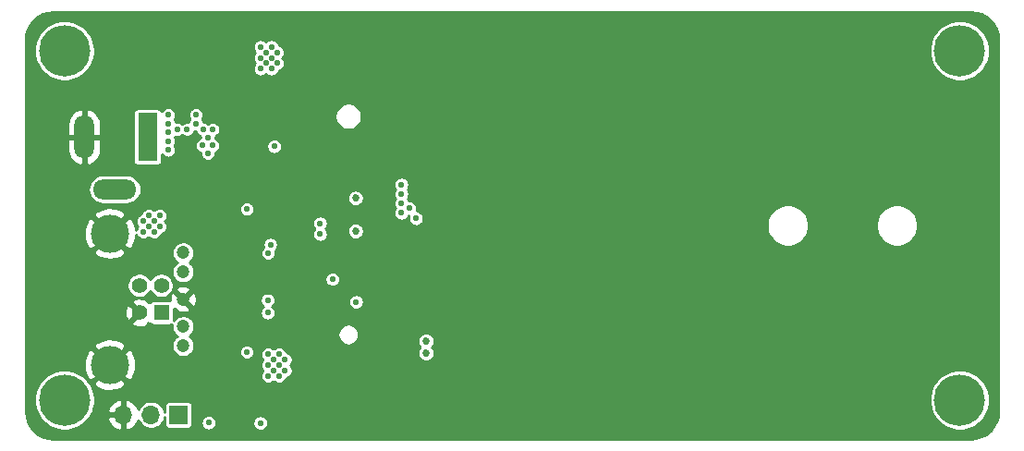
<source format=gbr>
G04 #@! TF.GenerationSoftware,KiCad,Pcbnew,(5.1.9-0-10_14)*
G04 #@! TF.CreationDate,2021-05-09T00:19:33+01:00*
G04 #@! TF.ProjectId,usb3-ngff-carrier,75736233-2d6e-4676-9666-2d6361727269,1*
G04 #@! TF.SameCoordinates,Original*
G04 #@! TF.FileFunction,Copper,L3,Inr*
G04 #@! TF.FilePolarity,Positive*
%FSLAX46Y46*%
G04 Gerber Fmt 4.6, Leading zero omitted, Abs format (unit mm)*
G04 Created by KiCad (PCBNEW (5.1.9-0-10_14)) date 2021-05-09 00:19:33*
%MOMM*%
%LPD*%
G01*
G04 APERTURE LIST*
G04 #@! TA.AperFunction,ComponentPad*
%ADD10C,3.500000*%
G04 #@! TD*
G04 #@! TA.AperFunction,ComponentPad*
%ADD11C,1.420000*%
G04 #@! TD*
G04 #@! TA.AperFunction,ComponentPad*
%ADD12R,1.420000X1.420000*%
G04 #@! TD*
G04 #@! TA.AperFunction,ComponentPad*
%ADD13C,1.200000*%
G04 #@! TD*
G04 #@! TA.AperFunction,ComponentPad*
%ADD14O,1.700000X1.700000*%
G04 #@! TD*
G04 #@! TA.AperFunction,ComponentPad*
%ADD15R,1.700000X1.700000*%
G04 #@! TD*
G04 #@! TA.AperFunction,ComponentPad*
%ADD16R,1.800000X4.400000*%
G04 #@! TD*
G04 #@! TA.AperFunction,ComponentPad*
%ADD17O,1.800000X4.000000*%
G04 #@! TD*
G04 #@! TA.AperFunction,ComponentPad*
%ADD18O,4.000000X1.800000*%
G04 #@! TD*
G04 #@! TA.AperFunction,ComponentPad*
%ADD19C,4.700000*%
G04 #@! TD*
G04 #@! TA.AperFunction,ViaPad*
%ADD20C,0.550000*%
G04 #@! TD*
G04 #@! TA.AperFunction,ViaPad*
%ADD21C,0.685800*%
G04 #@! TD*
G04 #@! TA.AperFunction,Conductor*
%ADD22C,0.254000*%
G04 #@! TD*
G04 #@! TA.AperFunction,Conductor*
%ADD23C,0.152400*%
G04 #@! TD*
G04 APERTURE END LIST*
D10*
X8150000Y-20730000D03*
X8150000Y-32770000D03*
D11*
X10860000Y-25500000D03*
X10860000Y-28000000D03*
X12859999Y-25500000D03*
D12*
X12859999Y-28000000D03*
D13*
X14860000Y-22500000D03*
X14860000Y-24250000D03*
X14860000Y-31000000D03*
X14860000Y-29250000D03*
X14860000Y-26750000D03*
D14*
X9370000Y-37350000D03*
X11910000Y-37350000D03*
D15*
X14450000Y-37350000D03*
D16*
X11600000Y-11900000D03*
D17*
X5800000Y-11900000D03*
D18*
X8600000Y-16700000D03*
D19*
X4000000Y-36000000D03*
X86000000Y-36000000D03*
X86000000Y-4000000D03*
X4000000Y-4000000D03*
D20*
X17550000Y-12675000D03*
X16650000Y-12675000D03*
X17125000Y-13400000D03*
X27600000Y-28500000D03*
X27600000Y-27600000D03*
X19950000Y-22700000D03*
X6050000Y-6700000D03*
X7350000Y-7400000D03*
X6550000Y-7400000D03*
X26700000Y-28500000D03*
X26700000Y-27600000D03*
X23200000Y-18800000D03*
X29125000Y-3100000D03*
X29875000Y-3100000D03*
X30625000Y-3100000D03*
X31375000Y-3100000D03*
X32125000Y-3100000D03*
X32875000Y-3100000D03*
X25600000Y-38650000D03*
X25200000Y-37850000D03*
X27600000Y-37850000D03*
X26400000Y-38650000D03*
X26000000Y-37850000D03*
X26800000Y-37850000D03*
X27200000Y-38650000D03*
X27275000Y-1075000D03*
X27675000Y-1875000D03*
X25275000Y-1875000D03*
X26475000Y-1075000D03*
X26875000Y-1875000D03*
X26075000Y-1875000D03*
X25675000Y-1075000D03*
X20750000Y-16700000D03*
X47500000Y-7500000D03*
X50000000Y-7500000D03*
X52500000Y-7500000D03*
X55000000Y-7500000D03*
X57500000Y-7500000D03*
X60000000Y-7500000D03*
X62500000Y-7500000D03*
X65000000Y-7500000D03*
X67500000Y-7500000D03*
X70000000Y-7500000D03*
X72500000Y-7500000D03*
X75000000Y-7500000D03*
X77500000Y-7500000D03*
X80000000Y-7500000D03*
X82500000Y-7500000D03*
X85000000Y-7500000D03*
X87500000Y-7500000D03*
X87500000Y-10000000D03*
X85000000Y-10000000D03*
X87500000Y-32500000D03*
X87500000Y-30000000D03*
X87500000Y-27500000D03*
X87500000Y-25000000D03*
X87500000Y-22500000D03*
X87500000Y-20000000D03*
X87500000Y-20000000D03*
X87500000Y-15000000D03*
X87500000Y-17500000D03*
X87500000Y-12500000D03*
X85000000Y-12500000D03*
X82500000Y-10000000D03*
X82500000Y-12500000D03*
X80000000Y-10000000D03*
X80000000Y-12500000D03*
X77500000Y-10000000D03*
X77500000Y-12500000D03*
X75000000Y-10000000D03*
X75000000Y-12500000D03*
X72500000Y-10000000D03*
X72500000Y-12500000D03*
X70000000Y-10000000D03*
X70000000Y-10000000D03*
X67500000Y-10000000D03*
X67500000Y-12500000D03*
X70000000Y-12500000D03*
X65000000Y-12500000D03*
X65000000Y-10000000D03*
X62500000Y-10000000D03*
X62500000Y-12500000D03*
X60000000Y-12500000D03*
X57500000Y-10000000D03*
X60000000Y-10000000D03*
X57500000Y-12500000D03*
X55000000Y-12500000D03*
X55000000Y-10000000D03*
X52500000Y-10000000D03*
X52500000Y-12500000D03*
X50000000Y-12500000D03*
X50000000Y-10000000D03*
X47500000Y-10000000D03*
X47500000Y-12500000D03*
X45000000Y-12500000D03*
X45000000Y-10000000D03*
X50000000Y-15000000D03*
X52500000Y-15000000D03*
X55000000Y-15000000D03*
X57500000Y-15000000D03*
X60000000Y-15000000D03*
X62500000Y-15000000D03*
X65000000Y-15000000D03*
X67500000Y-15000000D03*
X70000000Y-15000000D03*
X72500000Y-15000000D03*
X75000000Y-15000000D03*
X77500000Y-15000000D03*
X80000000Y-15000000D03*
X82500000Y-15000000D03*
X85000000Y-15000000D03*
X85000000Y-17500000D03*
X75000000Y-17500000D03*
X75000000Y-20000000D03*
X75000000Y-22500000D03*
X77500000Y-25000000D03*
X75000000Y-25000000D03*
X80000000Y-25000000D03*
X82500000Y-25000000D03*
X85000000Y-25000000D03*
X85000000Y-22500000D03*
X85000000Y-20000000D03*
X72500000Y-25000000D03*
X70000000Y-25000000D03*
X67500000Y-25000000D03*
X85000000Y-27500000D03*
X82500000Y-27500000D03*
X85000000Y-30000000D03*
X82500000Y-30000000D03*
X85000000Y-32500000D03*
X82500000Y-32500000D03*
X82500000Y-35000000D03*
X82500000Y-5000000D03*
X80000000Y-5000000D03*
X77500000Y-5000000D03*
X75000000Y-5000000D03*
X72500000Y-5000000D03*
X70000000Y-5000000D03*
X67500000Y-5000000D03*
X65000000Y-5000000D03*
X62500000Y-5000000D03*
X60000000Y-5000000D03*
X57500000Y-5000000D03*
X55000000Y-5000000D03*
X52500000Y-5000000D03*
X50000000Y-5000000D03*
X47500000Y-5000000D03*
X45000000Y-7500000D03*
X42500000Y-10000000D03*
X42500000Y-12500000D03*
X67500000Y-27500000D03*
X70000000Y-27500000D03*
X67500000Y-30000000D03*
X70000000Y-30000000D03*
X67500000Y-32500000D03*
X70000000Y-32500000D03*
X70000000Y-35000000D03*
X67500000Y-35000000D03*
X72500000Y-27500000D03*
X80000000Y-27500000D03*
X77500000Y-27500000D03*
X75000000Y-27500000D03*
X72500000Y-30000000D03*
X75000000Y-30000000D03*
X77500000Y-30000000D03*
X80000000Y-30000000D03*
X80000000Y-32500000D03*
X77500000Y-32500000D03*
X72500000Y-32500000D03*
X75000000Y-32500000D03*
X72500000Y-35000000D03*
X75000000Y-35000000D03*
X77500000Y-35000000D03*
X80000000Y-35000000D03*
X12500000Y-34000000D03*
X13500000Y-34000000D03*
X14500000Y-34000000D03*
X15500000Y-34000000D03*
X16500000Y-34000000D03*
X29000000Y-36750000D03*
X29750000Y-36750000D03*
X30500000Y-36750000D03*
X31250000Y-36750000D03*
X32000000Y-36750000D03*
X32750000Y-36750000D03*
X23300000Y-30300000D03*
X22600000Y-28900000D03*
X26700000Y-26700000D03*
X27400000Y-14250000D03*
X27400000Y-15800000D03*
X27400000Y-17400000D03*
X37300000Y-12100000D03*
X35600000Y-32050000D03*
X35600000Y-33350000D03*
X33700000Y-35600000D03*
X27450000Y-25850000D03*
X13400000Y-30100000D03*
X13400000Y-30900000D03*
X12800000Y-31300000D03*
X12800000Y-30500000D03*
X12800000Y-29700000D03*
X36400000Y-32700000D03*
X65000000Y-25000000D03*
X62500000Y-25000000D03*
X62500000Y-27500000D03*
X65000000Y-27500000D03*
X62500000Y-30000000D03*
X65000000Y-30000000D03*
X62500000Y-32500000D03*
X65000000Y-32500000D03*
X65000000Y-35000000D03*
X62500000Y-35000000D03*
X57500000Y-20000000D03*
X60000000Y-20000000D03*
X62500000Y-20000000D03*
X65000000Y-20000000D03*
X65000000Y-17500000D03*
X62500000Y-17500000D03*
X60000000Y-17500000D03*
X57500000Y-17500000D03*
X47500000Y-15000000D03*
X40000000Y-15000000D03*
X42500000Y-15000000D03*
X45000000Y-15000000D03*
X38100000Y-11400000D03*
X28550000Y-9850000D03*
X27950000Y-30350000D03*
X23200000Y-16300000D03*
X23200000Y-15050000D03*
X23200000Y-13900000D03*
X20750000Y-15700000D03*
X23200000Y-11550000D03*
X7800000Y-25000000D03*
X7000000Y-25600000D03*
X6300000Y-26400000D03*
X6200000Y-27600000D03*
X6200000Y-28800000D03*
X6800000Y-29800000D03*
X19600000Y-31000000D03*
X20400000Y-30200000D03*
X21200000Y-29400000D03*
X28550000Y-15050000D03*
X28550000Y-16450000D03*
X27400000Y-10900000D03*
X27400000Y-12550000D03*
X28550000Y-11600000D03*
X40000000Y-12500000D03*
X40000000Y-10000000D03*
X42500000Y-7500000D03*
X45000000Y-5000000D03*
X67500000Y-17500000D03*
X72500000Y-17500000D03*
X72500000Y-22500000D03*
X67500000Y-22500000D03*
X77500000Y-17500000D03*
X82500000Y-17500000D03*
X82500000Y-22500000D03*
X77500000Y-22500000D03*
X22300000Y-18150000D03*
X23200000Y-17550000D03*
X13000000Y-7400000D03*
X12200000Y-7400000D03*
X11400000Y-7400000D03*
X10600000Y-7400000D03*
X9800000Y-7400000D03*
X9000000Y-7400000D03*
X8200000Y-7400000D03*
X23250000Y-10300000D03*
X23250000Y-9150000D03*
X17100000Y-7350000D03*
X16120000Y-7400000D03*
X16110000Y-8350000D03*
X65000000Y-22500000D03*
X62500000Y-22500000D03*
X60000000Y-25000000D03*
X60000000Y-27500000D03*
X57500000Y-25000000D03*
X57500000Y-27500000D03*
X60000000Y-32500000D03*
X57500000Y-32500000D03*
X60000000Y-35000000D03*
X57500000Y-35000000D03*
X55000000Y-17500000D03*
X47500000Y-25000000D03*
X45000000Y-25000000D03*
X42800000Y-25000000D03*
X55000000Y-32500000D03*
X52500000Y-32500000D03*
X50000000Y-32500000D03*
X47500000Y-32500000D03*
X47500000Y-35000000D03*
X45000000Y-32500000D03*
X45000000Y-35000000D03*
X42500000Y-32500000D03*
X42500000Y-30000000D03*
X60000000Y-22500000D03*
X55000000Y-20000000D03*
X45000000Y-22500000D03*
X40000000Y-20000000D03*
X40600000Y-21900000D03*
X50800000Y-21800000D03*
X36100000Y-22100000D03*
X36100000Y-23100000D03*
X36100000Y-21100000D03*
X50800000Y-20800000D03*
X50800000Y-22800000D03*
X53700000Y-26800000D03*
X52900000Y-26800000D03*
X52100000Y-26800000D03*
X41400000Y-21900000D03*
X42200000Y-21900000D03*
X55300000Y-21900000D03*
X56100000Y-21900000D03*
X56900000Y-21900000D03*
X37300000Y-10600000D03*
X45000000Y-20000000D03*
X42500000Y-20000000D03*
X39400000Y-26900000D03*
X14950000Y-7400000D03*
X13850000Y-7400000D03*
X57500000Y-30000000D03*
X40400000Y-26900000D03*
X50800000Y-19800000D03*
X48400000Y-25000000D03*
X47950000Y-25800000D03*
X47500000Y-20000000D03*
X33300000Y-25450000D03*
X28550000Y-13400000D03*
X17250000Y-24650000D03*
X16450000Y-23500000D03*
X16450000Y-26000000D03*
X18500000Y-22750000D03*
X17100000Y-29450000D03*
X18500000Y-28000000D03*
X19900000Y-26650000D03*
X28550000Y-18550000D03*
X27400000Y-22100000D03*
X28550000Y-24000000D03*
X29900000Y-22250000D03*
X19300000Y-23800000D03*
X12700000Y-19100000D03*
X11200000Y-19600000D03*
X11700000Y-19100000D03*
X12200000Y-20600000D03*
X11200000Y-20600000D03*
X12200000Y-19600000D03*
X11700000Y-20100000D03*
X12700000Y-20100000D03*
X22600000Y-28000000D03*
X20700000Y-31600000D03*
X30700000Y-27000000D03*
X36200000Y-19350000D03*
X35564957Y-18414440D03*
X34850000Y-18850000D03*
D21*
X30650000Y-20500000D03*
X37100000Y-30600000D03*
D20*
X22600000Y-26850000D03*
X28533531Y-24925596D03*
X22650000Y-22550000D03*
X22850000Y-21750000D03*
X27400727Y-20806813D03*
X27400000Y-19800000D03*
X23200000Y-12750000D03*
X20700000Y-18500000D03*
X13490000Y-12290000D03*
X13490000Y-13090000D03*
X13490000Y-11490000D03*
X17150000Y-11925000D03*
X17575000Y-11200000D03*
X16675000Y-11200000D03*
X16025000Y-9850000D03*
X13490000Y-9860000D03*
X13490000Y-10680000D03*
X16025000Y-10675000D03*
X14325000Y-11200000D03*
X15225000Y-11200000D03*
X21950000Y-3640000D03*
X22450000Y-4140000D03*
X23450000Y-4140000D03*
X22950000Y-3640000D03*
X21950000Y-4640000D03*
X22950000Y-5640000D03*
X22450000Y-5140000D03*
X21950000Y-5640000D03*
X23450000Y-5140000D03*
X22950000Y-4640000D03*
X24200000Y-32300000D03*
X24200000Y-33300000D03*
X22650000Y-33800000D03*
X22650000Y-32800000D03*
X22650000Y-31800000D03*
X23150000Y-32300000D03*
X23150000Y-33300000D03*
X23650000Y-33800000D03*
X23650000Y-32800000D03*
X23650000Y-31800000D03*
X17200000Y-38075000D03*
X21925000Y-38100000D03*
D21*
X30650000Y-17500000D03*
X37100000Y-31700000D03*
D20*
X34850000Y-16250000D03*
X34850000Y-17950000D03*
X34850000Y-17100000D03*
D22*
X87495651Y-496788D02*
X87972419Y-640733D01*
X88412149Y-874541D01*
X88798096Y-1189312D01*
X89115547Y-1573045D01*
X89352420Y-2011135D01*
X89499690Y-2486886D01*
X89553950Y-3003131D01*
X89553951Y-36978176D01*
X89503212Y-37495651D01*
X89359268Y-37972416D01*
X89125459Y-38412149D01*
X88810688Y-38798096D01*
X88426955Y-39115548D01*
X87988869Y-39352419D01*
X87513110Y-39499692D01*
X86996868Y-39553950D01*
X3021814Y-39553950D01*
X2504349Y-39503212D01*
X2027584Y-39359268D01*
X1587851Y-39125459D01*
X1201904Y-38810688D01*
X884452Y-38426955D01*
X647581Y-37988869D01*
X500308Y-37513110D01*
X446050Y-36996868D01*
X446050Y-35726489D01*
X1223000Y-35726489D01*
X1223000Y-36273511D01*
X1329718Y-36810021D01*
X1539054Y-37315403D01*
X1842963Y-37770234D01*
X2229766Y-38157037D01*
X2684597Y-38460946D01*
X3189979Y-38670282D01*
X3726489Y-38777000D01*
X4273511Y-38777000D01*
X4810021Y-38670282D01*
X5315403Y-38460946D01*
X5770234Y-38157037D01*
X6157037Y-37770234D01*
X6199361Y-37706891D01*
X7928519Y-37706891D01*
X8025843Y-37981252D01*
X8174822Y-38231355D01*
X8369731Y-38447588D01*
X8603080Y-38621641D01*
X8865901Y-38746825D01*
X9013110Y-38791476D01*
X9243000Y-38670155D01*
X9243000Y-37477000D01*
X8049186Y-37477000D01*
X7928519Y-37706891D01*
X6199361Y-37706891D01*
X6460946Y-37315403D01*
X6594444Y-36993109D01*
X7928519Y-36993109D01*
X8049186Y-37223000D01*
X9243000Y-37223000D01*
X9243000Y-36029845D01*
X9497000Y-36029845D01*
X9497000Y-37223000D01*
X9517000Y-37223000D01*
X9517000Y-37477000D01*
X9497000Y-37477000D01*
X9497000Y-38670155D01*
X9726890Y-38791476D01*
X9874099Y-38746825D01*
X10136920Y-38621641D01*
X10370269Y-38447588D01*
X10565178Y-38231355D01*
X10714157Y-37981252D01*
X10748803Y-37883584D01*
X10778337Y-37954886D01*
X10918089Y-38164040D01*
X11095960Y-38341911D01*
X11305114Y-38481663D01*
X11537513Y-38577926D01*
X11784226Y-38627000D01*
X12035774Y-38627000D01*
X12282487Y-38577926D01*
X12514886Y-38481663D01*
X12724040Y-38341911D01*
X12901911Y-38164040D01*
X13041663Y-37954886D01*
X13137926Y-37722487D01*
X13170934Y-37556544D01*
X13170934Y-38200000D01*
X13179178Y-38283707D01*
X13203595Y-38364196D01*
X13243245Y-38438376D01*
X13296605Y-38503395D01*
X13361624Y-38556755D01*
X13435804Y-38596405D01*
X13516293Y-38620822D01*
X13600000Y-38629066D01*
X15300000Y-38629066D01*
X15383707Y-38620822D01*
X15464196Y-38596405D01*
X15538376Y-38556755D01*
X15603395Y-38503395D01*
X15656755Y-38438376D01*
X15696405Y-38364196D01*
X15720822Y-38283707D01*
X15729066Y-38200000D01*
X15729066Y-38005859D01*
X16498000Y-38005859D01*
X16498000Y-38144141D01*
X16524977Y-38279766D01*
X16577895Y-38407522D01*
X16654721Y-38522499D01*
X16752501Y-38620279D01*
X16867478Y-38697105D01*
X16995234Y-38750023D01*
X17130859Y-38777000D01*
X17269141Y-38777000D01*
X17404766Y-38750023D01*
X17532522Y-38697105D01*
X17647499Y-38620279D01*
X17745279Y-38522499D01*
X17822105Y-38407522D01*
X17875023Y-38279766D01*
X17902000Y-38144141D01*
X17902000Y-38030859D01*
X21223000Y-38030859D01*
X21223000Y-38169141D01*
X21249977Y-38304766D01*
X21302895Y-38432522D01*
X21379721Y-38547499D01*
X21477501Y-38645279D01*
X21592478Y-38722105D01*
X21720234Y-38775023D01*
X21855859Y-38802000D01*
X21994141Y-38802000D01*
X22129766Y-38775023D01*
X22257522Y-38722105D01*
X22372499Y-38645279D01*
X22470279Y-38547499D01*
X22547105Y-38432522D01*
X22600023Y-38304766D01*
X22627000Y-38169141D01*
X22627000Y-38030859D01*
X22600023Y-37895234D01*
X22547105Y-37767478D01*
X22470279Y-37652501D01*
X22372499Y-37554721D01*
X22257522Y-37477895D01*
X22129766Y-37424977D01*
X21994141Y-37398000D01*
X21855859Y-37398000D01*
X21720234Y-37424977D01*
X21592478Y-37477895D01*
X21477501Y-37554721D01*
X21379721Y-37652501D01*
X21302895Y-37767478D01*
X21249977Y-37895234D01*
X21223000Y-38030859D01*
X17902000Y-38030859D01*
X17902000Y-38005859D01*
X17875023Y-37870234D01*
X17822105Y-37742478D01*
X17745279Y-37627501D01*
X17647499Y-37529721D01*
X17532522Y-37452895D01*
X17404766Y-37399977D01*
X17269141Y-37373000D01*
X17130859Y-37373000D01*
X16995234Y-37399977D01*
X16867478Y-37452895D01*
X16752501Y-37529721D01*
X16654721Y-37627501D01*
X16577895Y-37742478D01*
X16524977Y-37870234D01*
X16498000Y-38005859D01*
X15729066Y-38005859D01*
X15729066Y-36500000D01*
X15720822Y-36416293D01*
X15696405Y-36335804D01*
X15656755Y-36261624D01*
X15603395Y-36196605D01*
X15538376Y-36143245D01*
X15464196Y-36103595D01*
X15383707Y-36079178D01*
X15300000Y-36070934D01*
X13600000Y-36070934D01*
X13516293Y-36079178D01*
X13435804Y-36103595D01*
X13361624Y-36143245D01*
X13296605Y-36196605D01*
X13243245Y-36261624D01*
X13203595Y-36335804D01*
X13179178Y-36416293D01*
X13170934Y-36500000D01*
X13170934Y-37143456D01*
X13137926Y-36977513D01*
X13041663Y-36745114D01*
X12901911Y-36535960D01*
X12724040Y-36358089D01*
X12514886Y-36218337D01*
X12282487Y-36122074D01*
X12035774Y-36073000D01*
X11784226Y-36073000D01*
X11537513Y-36122074D01*
X11305114Y-36218337D01*
X11095960Y-36358089D01*
X10918089Y-36535960D01*
X10778337Y-36745114D01*
X10748803Y-36816416D01*
X10714157Y-36718748D01*
X10565178Y-36468645D01*
X10370269Y-36252412D01*
X10136920Y-36078359D01*
X9874099Y-35953175D01*
X9726890Y-35908524D01*
X9497000Y-36029845D01*
X9243000Y-36029845D01*
X9013110Y-35908524D01*
X8865901Y-35953175D01*
X8603080Y-36078359D01*
X8369731Y-36252412D01*
X8174822Y-36468645D01*
X8025843Y-36718748D01*
X7928519Y-36993109D01*
X6594444Y-36993109D01*
X6670282Y-36810021D01*
X6777000Y-36273511D01*
X6777000Y-35726489D01*
X83223000Y-35726489D01*
X83223000Y-36273511D01*
X83329718Y-36810021D01*
X83539054Y-37315403D01*
X83842963Y-37770234D01*
X84229766Y-38157037D01*
X84684597Y-38460946D01*
X85189979Y-38670282D01*
X85726489Y-38777000D01*
X86273511Y-38777000D01*
X86810021Y-38670282D01*
X87315403Y-38460946D01*
X87770234Y-38157037D01*
X88157037Y-37770234D01*
X88460946Y-37315403D01*
X88670282Y-36810021D01*
X88777000Y-36273511D01*
X88777000Y-35726489D01*
X88670282Y-35189979D01*
X88460946Y-34684597D01*
X88157037Y-34229766D01*
X87770234Y-33842963D01*
X87315403Y-33539054D01*
X86810021Y-33329718D01*
X86273511Y-33223000D01*
X85726489Y-33223000D01*
X85189979Y-33329718D01*
X84684597Y-33539054D01*
X84229766Y-33842963D01*
X83842963Y-34229766D01*
X83539054Y-34684597D01*
X83329718Y-35189979D01*
X83223000Y-35726489D01*
X6777000Y-35726489D01*
X6670282Y-35189979D01*
X6460946Y-34684597D01*
X6297250Y-34439609D01*
X6659997Y-34439609D01*
X6846073Y-34780766D01*
X7263409Y-34996513D01*
X7714815Y-35126696D01*
X8182946Y-35166313D01*
X8649811Y-35113842D01*
X9097468Y-34971297D01*
X9453927Y-34780766D01*
X9640003Y-34439609D01*
X8150000Y-32949605D01*
X6659997Y-34439609D01*
X6297250Y-34439609D01*
X6157037Y-34229766D01*
X5770234Y-33842963D01*
X5315403Y-33539054D01*
X4810021Y-33329718D01*
X4273511Y-33223000D01*
X3726489Y-33223000D01*
X3189979Y-33329718D01*
X2684597Y-33539054D01*
X2229766Y-33842963D01*
X1842963Y-34229766D01*
X1539054Y-34684597D01*
X1329718Y-35189979D01*
X1223000Y-35726489D01*
X446050Y-35726489D01*
X446050Y-32802946D01*
X5753687Y-32802946D01*
X5806158Y-33269811D01*
X5948703Y-33717468D01*
X6139234Y-34073927D01*
X6480391Y-34260003D01*
X7970395Y-32770000D01*
X8329605Y-32770000D01*
X9819609Y-34260003D01*
X10160766Y-34073927D01*
X10376513Y-33656591D01*
X10506696Y-33205185D01*
X10546313Y-32737054D01*
X10493842Y-32270189D01*
X10351297Y-31822532D01*
X10160766Y-31466073D01*
X9819609Y-31279997D01*
X8329605Y-32770000D01*
X7970395Y-32770000D01*
X6480391Y-31279997D01*
X6139234Y-31466073D01*
X5923487Y-31883409D01*
X5793304Y-32334815D01*
X5753687Y-32802946D01*
X446050Y-32802946D01*
X446050Y-31100391D01*
X6659997Y-31100391D01*
X8150000Y-32590395D01*
X9640003Y-31100391D01*
X9453927Y-30759234D01*
X9036591Y-30543487D01*
X8585185Y-30413304D01*
X8117054Y-30373687D01*
X7650189Y-30426158D01*
X7202532Y-30568703D01*
X6846073Y-30759234D01*
X6659997Y-31100391D01*
X446050Y-31100391D01*
X446050Y-28074077D01*
X9510523Y-28074077D01*
X9550905Y-28335922D01*
X9641594Y-28584859D01*
X9696797Y-28688137D01*
X9931584Y-28748811D01*
X10680395Y-28000000D01*
X9931584Y-27251189D01*
X9696797Y-27311863D01*
X9584898Y-27552015D01*
X9522002Y-27809383D01*
X9510523Y-28074077D01*
X446050Y-28074077D01*
X446050Y-25388015D01*
X9723000Y-25388015D01*
X9723000Y-25611985D01*
X9766695Y-25831651D01*
X9852404Y-26038571D01*
X9976835Y-26224795D01*
X10135205Y-26383165D01*
X10321429Y-26507596D01*
X10528349Y-26593305D01*
X10748015Y-26637000D01*
X10971985Y-26637000D01*
X11191651Y-26593305D01*
X11398571Y-26507596D01*
X11584795Y-26383165D01*
X11743165Y-26224795D01*
X11860000Y-26049940D01*
X11976834Y-26224795D01*
X12135204Y-26383165D01*
X12321428Y-26507596D01*
X12528348Y-26593305D01*
X12748014Y-26637000D01*
X12971984Y-26637000D01*
X13191650Y-26593305D01*
X13398570Y-26507596D01*
X13584794Y-26383165D01*
X13741299Y-26226660D01*
X13685763Y-26348516D01*
X13630000Y-26585313D01*
X13621505Y-26828438D01*
X13627722Y-26866619D01*
X13569999Y-26860934D01*
X12149999Y-26860934D01*
X12066292Y-26869178D01*
X11985803Y-26893595D01*
X11911623Y-26933245D01*
X11846604Y-26986605D01*
X11806240Y-27035788D01*
X11725422Y-26954970D01*
X11608810Y-27071582D01*
X11548137Y-26836797D01*
X11307985Y-26724898D01*
X11050617Y-26662002D01*
X10785923Y-26650523D01*
X10524078Y-26690905D01*
X10275141Y-26781594D01*
X10171863Y-26836797D01*
X10111189Y-27071584D01*
X10860000Y-27820395D01*
X10874143Y-27806253D01*
X11053748Y-27985858D01*
X11039605Y-28000000D01*
X11053748Y-28014143D01*
X10874143Y-28193748D01*
X10860000Y-28179605D01*
X10111189Y-28928416D01*
X10171863Y-29163203D01*
X10412015Y-29275102D01*
X10669383Y-29337998D01*
X10934077Y-29349477D01*
X11195922Y-29309095D01*
X11444859Y-29218406D01*
X11548137Y-29163203D01*
X11608810Y-28928418D01*
X11725422Y-29045030D01*
X11806240Y-28964212D01*
X11846604Y-29013395D01*
X11911623Y-29066755D01*
X11985803Y-29106405D01*
X12066292Y-29130822D01*
X12149999Y-29139066D01*
X13569999Y-29139066D01*
X13653706Y-29130822D01*
X13734195Y-29106405D01*
X13808375Y-29066755D01*
X13857319Y-29026587D01*
X13833000Y-29148849D01*
X13833000Y-29351151D01*
X13872467Y-29549565D01*
X13949885Y-29736467D01*
X14062277Y-29904674D01*
X14205326Y-30047723D01*
X14320980Y-30125000D01*
X14205326Y-30202277D01*
X14062277Y-30345326D01*
X13949885Y-30513533D01*
X13872467Y-30700435D01*
X13833000Y-30898849D01*
X13833000Y-31101151D01*
X13872467Y-31299565D01*
X13949885Y-31486467D01*
X14062277Y-31654674D01*
X14205326Y-31797723D01*
X14373533Y-31910115D01*
X14560435Y-31987533D01*
X14758849Y-32027000D01*
X14961151Y-32027000D01*
X15159565Y-31987533D01*
X15346467Y-31910115D01*
X15514674Y-31797723D01*
X15657723Y-31654674D01*
X15740453Y-31530859D01*
X19998000Y-31530859D01*
X19998000Y-31669141D01*
X20024977Y-31804766D01*
X20077895Y-31932522D01*
X20154721Y-32047499D01*
X20252501Y-32145279D01*
X20367478Y-32222105D01*
X20495234Y-32275023D01*
X20630859Y-32302000D01*
X20769141Y-32302000D01*
X20904766Y-32275023D01*
X21032522Y-32222105D01*
X21147499Y-32145279D01*
X21245279Y-32047499D01*
X21322105Y-31932522D01*
X21375023Y-31804766D01*
X21389723Y-31730859D01*
X21948000Y-31730859D01*
X21948000Y-31869141D01*
X21974977Y-32004766D01*
X22027895Y-32132522D01*
X22104721Y-32247499D01*
X22157222Y-32300000D01*
X22104721Y-32352501D01*
X22027895Y-32467478D01*
X21974977Y-32595234D01*
X21948000Y-32730859D01*
X21948000Y-32869141D01*
X21974977Y-33004766D01*
X22027895Y-33132522D01*
X22104721Y-33247499D01*
X22157222Y-33300000D01*
X22104721Y-33352501D01*
X22027895Y-33467478D01*
X21974977Y-33595234D01*
X21948000Y-33730859D01*
X21948000Y-33869141D01*
X21974977Y-34004766D01*
X22027895Y-34132522D01*
X22104721Y-34247499D01*
X22202501Y-34345279D01*
X22317478Y-34422105D01*
X22445234Y-34475023D01*
X22580859Y-34502000D01*
X22719141Y-34502000D01*
X22854766Y-34475023D01*
X22982522Y-34422105D01*
X23097499Y-34345279D01*
X23150000Y-34292778D01*
X23202501Y-34345279D01*
X23317478Y-34422105D01*
X23445234Y-34475023D01*
X23580859Y-34502000D01*
X23719141Y-34502000D01*
X23854766Y-34475023D01*
X23982522Y-34422105D01*
X24097499Y-34345279D01*
X24195279Y-34247499D01*
X24272105Y-34132522D01*
X24325023Y-34004766D01*
X24327898Y-33990313D01*
X24404766Y-33975023D01*
X24532522Y-33922105D01*
X24647499Y-33845279D01*
X24745279Y-33747499D01*
X24822105Y-33632522D01*
X24875023Y-33504766D01*
X24902000Y-33369141D01*
X24902000Y-33230859D01*
X24875023Y-33095234D01*
X24822105Y-32967478D01*
X24745279Y-32852501D01*
X24692778Y-32800000D01*
X24745279Y-32747499D01*
X24822105Y-32632522D01*
X24875023Y-32504766D01*
X24902000Y-32369141D01*
X24902000Y-32230859D01*
X24875023Y-32095234D01*
X24822105Y-31967478D01*
X24745279Y-31852501D01*
X24647499Y-31754721D01*
X24532522Y-31677895D01*
X24404766Y-31624977D01*
X24327898Y-31609687D01*
X24325023Y-31595234D01*
X24272105Y-31467478D01*
X24195279Y-31352501D01*
X24097499Y-31254721D01*
X23982522Y-31177895D01*
X23854766Y-31124977D01*
X23719141Y-31098000D01*
X23580859Y-31098000D01*
X23445234Y-31124977D01*
X23317478Y-31177895D01*
X23202501Y-31254721D01*
X23150000Y-31307222D01*
X23097499Y-31254721D01*
X22982522Y-31177895D01*
X22854766Y-31124977D01*
X22719141Y-31098000D01*
X22580859Y-31098000D01*
X22445234Y-31124977D01*
X22317478Y-31177895D01*
X22202501Y-31254721D01*
X22104721Y-31352501D01*
X22027895Y-31467478D01*
X21974977Y-31595234D01*
X21948000Y-31730859D01*
X21389723Y-31730859D01*
X21402000Y-31669141D01*
X21402000Y-31530859D01*
X21375023Y-31395234D01*
X21322105Y-31267478D01*
X21245279Y-31152501D01*
X21147499Y-31054721D01*
X21032522Y-30977895D01*
X20904766Y-30924977D01*
X20769141Y-30898000D01*
X20630859Y-30898000D01*
X20495234Y-30924977D01*
X20367478Y-30977895D01*
X20252501Y-31054721D01*
X20154721Y-31152501D01*
X20077895Y-31267478D01*
X20024977Y-31395234D01*
X19998000Y-31530859D01*
X15740453Y-31530859D01*
X15770115Y-31486467D01*
X15847533Y-31299565D01*
X15887000Y-31101151D01*
X15887000Y-30898849D01*
X15847533Y-30700435D01*
X15770115Y-30513533D01*
X15657723Y-30345326D01*
X15514674Y-30202277D01*
X15399020Y-30125000D01*
X15514674Y-30047723D01*
X15657723Y-29904674D01*
X15658324Y-29903774D01*
X29023000Y-29903774D01*
X29023000Y-30096226D01*
X29060546Y-30284980D01*
X29134194Y-30462783D01*
X29241115Y-30622801D01*
X29377199Y-30758885D01*
X29537217Y-30865806D01*
X29715020Y-30939454D01*
X29903774Y-30977000D01*
X30096226Y-30977000D01*
X30284980Y-30939454D01*
X30462783Y-30865806D01*
X30622801Y-30758885D01*
X30758885Y-30622801D01*
X30824787Y-30524171D01*
X36330100Y-30524171D01*
X36330100Y-30675829D01*
X36359687Y-30824571D01*
X36417724Y-30964684D01*
X36501980Y-31090783D01*
X36561197Y-31150000D01*
X36501980Y-31209217D01*
X36417724Y-31335316D01*
X36359687Y-31475429D01*
X36330100Y-31624171D01*
X36330100Y-31775829D01*
X36359687Y-31924571D01*
X36417724Y-32064684D01*
X36501980Y-32190783D01*
X36609217Y-32298020D01*
X36735316Y-32382276D01*
X36875429Y-32440313D01*
X37024171Y-32469900D01*
X37175829Y-32469900D01*
X37324571Y-32440313D01*
X37464684Y-32382276D01*
X37590783Y-32298020D01*
X37698020Y-32190783D01*
X37782276Y-32064684D01*
X37840313Y-31924571D01*
X37869900Y-31775829D01*
X37869900Y-31624171D01*
X37840313Y-31475429D01*
X37782276Y-31335316D01*
X37698020Y-31209217D01*
X37638803Y-31150000D01*
X37698020Y-31090783D01*
X37782276Y-30964684D01*
X37840313Y-30824571D01*
X37869900Y-30675829D01*
X37869900Y-30524171D01*
X37840313Y-30375429D01*
X37782276Y-30235316D01*
X37698020Y-30109217D01*
X37590783Y-30001980D01*
X37464684Y-29917724D01*
X37324571Y-29859687D01*
X37175829Y-29830100D01*
X37024171Y-29830100D01*
X36875429Y-29859687D01*
X36735316Y-29917724D01*
X36609217Y-30001980D01*
X36501980Y-30109217D01*
X36417724Y-30235316D01*
X36359687Y-30375429D01*
X36330100Y-30524171D01*
X30824787Y-30524171D01*
X30865806Y-30462783D01*
X30939454Y-30284980D01*
X30977000Y-30096226D01*
X30977000Y-29903774D01*
X30939454Y-29715020D01*
X30865806Y-29537217D01*
X30758885Y-29377199D01*
X30622801Y-29241115D01*
X30462783Y-29134194D01*
X30284980Y-29060546D01*
X30096226Y-29023000D01*
X29903774Y-29023000D01*
X29715020Y-29060546D01*
X29537217Y-29134194D01*
X29377199Y-29241115D01*
X29241115Y-29377199D01*
X29134194Y-29537217D01*
X29060546Y-29715020D01*
X29023000Y-29903774D01*
X15658324Y-29903774D01*
X15770115Y-29736467D01*
X15847533Y-29549565D01*
X15887000Y-29351151D01*
X15887000Y-29148849D01*
X15847533Y-28950435D01*
X15770115Y-28763533D01*
X15657723Y-28595326D01*
X15514674Y-28452277D01*
X15346467Y-28339885D01*
X15159565Y-28262467D01*
X14961151Y-28223000D01*
X14758849Y-28223000D01*
X14560435Y-28262467D01*
X14373533Y-28339885D01*
X14205326Y-28452277D01*
X14062277Y-28595326D01*
X13999065Y-28689930D01*
X13999065Y-27643201D01*
X14072736Y-27716872D01*
X14189842Y-27599766D01*
X14237148Y-27823348D01*
X14458516Y-27924237D01*
X14695313Y-27980000D01*
X14938438Y-27988495D01*
X15178549Y-27949395D01*
X15406418Y-27864202D01*
X15482852Y-27823348D01*
X15530159Y-27599764D01*
X14860000Y-26929605D01*
X14845858Y-26943748D01*
X14666253Y-26764143D01*
X14680395Y-26750000D01*
X15039605Y-26750000D01*
X15709764Y-27420159D01*
X15933348Y-27372852D01*
X16034237Y-27151484D01*
X16090000Y-26914687D01*
X16094676Y-26780859D01*
X21898000Y-26780859D01*
X21898000Y-26919141D01*
X21924977Y-27054766D01*
X21977895Y-27182522D01*
X22054721Y-27297499D01*
X22152501Y-27395279D01*
X22196981Y-27425000D01*
X22152501Y-27454721D01*
X22054721Y-27552501D01*
X21977895Y-27667478D01*
X21924977Y-27795234D01*
X21898000Y-27930859D01*
X21898000Y-28069141D01*
X21924977Y-28204766D01*
X21977895Y-28332522D01*
X22054721Y-28447499D01*
X22152501Y-28545279D01*
X22267478Y-28622105D01*
X22395234Y-28675023D01*
X22530859Y-28702000D01*
X22669141Y-28702000D01*
X22804766Y-28675023D01*
X22932522Y-28622105D01*
X23047499Y-28545279D01*
X23145279Y-28447499D01*
X23222105Y-28332522D01*
X23275023Y-28204766D01*
X23302000Y-28069141D01*
X23302000Y-27930859D01*
X23275023Y-27795234D01*
X23222105Y-27667478D01*
X23145279Y-27552501D01*
X23047499Y-27454721D01*
X23003019Y-27425000D01*
X23047499Y-27395279D01*
X23145279Y-27297499D01*
X23222105Y-27182522D01*
X23275023Y-27054766D01*
X23299669Y-26930859D01*
X29998000Y-26930859D01*
X29998000Y-27069141D01*
X30024977Y-27204766D01*
X30077895Y-27332522D01*
X30154721Y-27447499D01*
X30252501Y-27545279D01*
X30367478Y-27622105D01*
X30495234Y-27675023D01*
X30630859Y-27702000D01*
X30769141Y-27702000D01*
X30904766Y-27675023D01*
X31032522Y-27622105D01*
X31147499Y-27545279D01*
X31245279Y-27447499D01*
X31322105Y-27332522D01*
X31375023Y-27204766D01*
X31402000Y-27069141D01*
X31402000Y-26930859D01*
X31375023Y-26795234D01*
X31322105Y-26667478D01*
X31245279Y-26552501D01*
X31147499Y-26454721D01*
X31032522Y-26377895D01*
X30904766Y-26324977D01*
X30769141Y-26298000D01*
X30630859Y-26298000D01*
X30495234Y-26324977D01*
X30367478Y-26377895D01*
X30252501Y-26454721D01*
X30154721Y-26552501D01*
X30077895Y-26667478D01*
X30024977Y-26795234D01*
X29998000Y-26930859D01*
X23299669Y-26930859D01*
X23302000Y-26919141D01*
X23302000Y-26780859D01*
X23275023Y-26645234D01*
X23222105Y-26517478D01*
X23145279Y-26402501D01*
X23047499Y-26304721D01*
X22932522Y-26227895D01*
X22804766Y-26174977D01*
X22669141Y-26148000D01*
X22530859Y-26148000D01*
X22395234Y-26174977D01*
X22267478Y-26227895D01*
X22152501Y-26304721D01*
X22054721Y-26402501D01*
X21977895Y-26517478D01*
X21924977Y-26645234D01*
X21898000Y-26780859D01*
X16094676Y-26780859D01*
X16098495Y-26671562D01*
X16059395Y-26431451D01*
X15974202Y-26203582D01*
X15933348Y-26127148D01*
X15709764Y-26079841D01*
X15039605Y-26750000D01*
X14680395Y-26750000D01*
X14010236Y-26079841D01*
X13811992Y-26121786D01*
X13867595Y-26038571D01*
X13924895Y-25900236D01*
X14189841Y-25900236D01*
X14860000Y-26570395D01*
X15530159Y-25900236D01*
X15482852Y-25676652D01*
X15261484Y-25575763D01*
X15024687Y-25520000D01*
X14781562Y-25511505D01*
X14541451Y-25550605D01*
X14313582Y-25635798D01*
X14237148Y-25676652D01*
X14189841Y-25900236D01*
X13924895Y-25900236D01*
X13953304Y-25831651D01*
X13996999Y-25611985D01*
X13996999Y-25388015D01*
X13953304Y-25168349D01*
X13867595Y-24961429D01*
X13743164Y-24775205D01*
X13584794Y-24616835D01*
X13398570Y-24492404D01*
X13191650Y-24406695D01*
X12971984Y-24363000D01*
X12748014Y-24363000D01*
X12528348Y-24406695D01*
X12321428Y-24492404D01*
X12135204Y-24616835D01*
X11976834Y-24775205D01*
X11860000Y-24950060D01*
X11743165Y-24775205D01*
X11584795Y-24616835D01*
X11398571Y-24492404D01*
X11191651Y-24406695D01*
X10971985Y-24363000D01*
X10748015Y-24363000D01*
X10528349Y-24406695D01*
X10321429Y-24492404D01*
X10135205Y-24616835D01*
X9976835Y-24775205D01*
X9852404Y-24961429D01*
X9766695Y-25168349D01*
X9723000Y-25388015D01*
X446050Y-25388015D01*
X446050Y-22399609D01*
X6659997Y-22399609D01*
X6846073Y-22740766D01*
X7263409Y-22956513D01*
X7714815Y-23086696D01*
X8182946Y-23126313D01*
X8649811Y-23073842D01*
X9097468Y-22931297D01*
X9453927Y-22740766D01*
X9640003Y-22399609D01*
X9639244Y-22398849D01*
X13833000Y-22398849D01*
X13833000Y-22601151D01*
X13872467Y-22799565D01*
X13949885Y-22986467D01*
X14062277Y-23154674D01*
X14205326Y-23297723D01*
X14320980Y-23375000D01*
X14205326Y-23452277D01*
X14062277Y-23595326D01*
X13949885Y-23763533D01*
X13872467Y-23950435D01*
X13833000Y-24148849D01*
X13833000Y-24351151D01*
X13872467Y-24549565D01*
X13949885Y-24736467D01*
X14062277Y-24904674D01*
X14205326Y-25047723D01*
X14373533Y-25160115D01*
X14560435Y-25237533D01*
X14758849Y-25277000D01*
X14961151Y-25277000D01*
X15159565Y-25237533D01*
X15346467Y-25160115D01*
X15514674Y-25047723D01*
X15657723Y-24904674D01*
X15689941Y-24856455D01*
X27831531Y-24856455D01*
X27831531Y-24994737D01*
X27858508Y-25130362D01*
X27911426Y-25258118D01*
X27988252Y-25373095D01*
X28086032Y-25470875D01*
X28201009Y-25547701D01*
X28328765Y-25600619D01*
X28464390Y-25627596D01*
X28602672Y-25627596D01*
X28738297Y-25600619D01*
X28866053Y-25547701D01*
X28981030Y-25470875D01*
X29078810Y-25373095D01*
X29155636Y-25258118D01*
X29208554Y-25130362D01*
X29235531Y-24994737D01*
X29235531Y-24856455D01*
X29208554Y-24720830D01*
X29155636Y-24593074D01*
X29078810Y-24478097D01*
X28981030Y-24380317D01*
X28866053Y-24303491D01*
X28738297Y-24250573D01*
X28602672Y-24223596D01*
X28464390Y-24223596D01*
X28328765Y-24250573D01*
X28201009Y-24303491D01*
X28086032Y-24380317D01*
X27988252Y-24478097D01*
X27911426Y-24593074D01*
X27858508Y-24720830D01*
X27831531Y-24856455D01*
X15689941Y-24856455D01*
X15770115Y-24736467D01*
X15847533Y-24549565D01*
X15887000Y-24351151D01*
X15887000Y-24148849D01*
X15847533Y-23950435D01*
X15770115Y-23763533D01*
X15657723Y-23595326D01*
X15514674Y-23452277D01*
X15399020Y-23375000D01*
X15514674Y-23297723D01*
X15657723Y-23154674D01*
X15770115Y-22986467D01*
X15847533Y-22799565D01*
X15887000Y-22601151D01*
X15887000Y-22480859D01*
X21948000Y-22480859D01*
X21948000Y-22619141D01*
X21974977Y-22754766D01*
X22027895Y-22882522D01*
X22104721Y-22997499D01*
X22202501Y-23095279D01*
X22317478Y-23172105D01*
X22445234Y-23225023D01*
X22580859Y-23252000D01*
X22719141Y-23252000D01*
X22854766Y-23225023D01*
X22982522Y-23172105D01*
X23097499Y-23095279D01*
X23195279Y-22997499D01*
X23272105Y-22882522D01*
X23325023Y-22754766D01*
X23352000Y-22619141D01*
X23352000Y-22480859D01*
X23325023Y-22345234D01*
X23302330Y-22290448D01*
X23395279Y-22197499D01*
X23472105Y-22082522D01*
X23525023Y-21954766D01*
X23552000Y-21819141D01*
X23552000Y-21680859D01*
X23525023Y-21545234D01*
X23472105Y-21417478D01*
X23395279Y-21302501D01*
X23297499Y-21204721D01*
X23182522Y-21127895D01*
X23054766Y-21074977D01*
X22919141Y-21048000D01*
X22780859Y-21048000D01*
X22645234Y-21074977D01*
X22517478Y-21127895D01*
X22402501Y-21204721D01*
X22304721Y-21302501D01*
X22227895Y-21417478D01*
X22174977Y-21545234D01*
X22148000Y-21680859D01*
X22148000Y-21819141D01*
X22174977Y-21954766D01*
X22197670Y-22009552D01*
X22104721Y-22102501D01*
X22027895Y-22217478D01*
X21974977Y-22345234D01*
X21948000Y-22480859D01*
X15887000Y-22480859D01*
X15887000Y-22398849D01*
X15847533Y-22200435D01*
X15770115Y-22013533D01*
X15657723Y-21845326D01*
X15514674Y-21702277D01*
X15346467Y-21589885D01*
X15159565Y-21512467D01*
X14961151Y-21473000D01*
X14758849Y-21473000D01*
X14560435Y-21512467D01*
X14373533Y-21589885D01*
X14205326Y-21702277D01*
X14062277Y-21845326D01*
X13949885Y-22013533D01*
X13872467Y-22200435D01*
X13833000Y-22398849D01*
X9639244Y-22398849D01*
X8150000Y-20909605D01*
X6659997Y-22399609D01*
X446050Y-22399609D01*
X446050Y-20762946D01*
X5753687Y-20762946D01*
X5806158Y-21229811D01*
X5948703Y-21677468D01*
X6139234Y-22033927D01*
X6480391Y-22220003D01*
X7970395Y-20730000D01*
X8329605Y-20730000D01*
X9819609Y-22220003D01*
X10160766Y-22033927D01*
X10376513Y-21616591D01*
X10506696Y-21165185D01*
X10535124Y-20829264D01*
X10577895Y-20932522D01*
X10654721Y-21047499D01*
X10752501Y-21145279D01*
X10867478Y-21222105D01*
X10995234Y-21275023D01*
X11130859Y-21302000D01*
X11269141Y-21302000D01*
X11404766Y-21275023D01*
X11532522Y-21222105D01*
X11647499Y-21145279D01*
X11700000Y-21092778D01*
X11752501Y-21145279D01*
X11867478Y-21222105D01*
X11995234Y-21275023D01*
X12130859Y-21302000D01*
X12269141Y-21302000D01*
X12404766Y-21275023D01*
X12532522Y-21222105D01*
X12647499Y-21145279D01*
X12745279Y-21047499D01*
X12822105Y-20932522D01*
X12875023Y-20804766D01*
X12879958Y-20779958D01*
X12904766Y-20775023D01*
X13032522Y-20722105D01*
X13147499Y-20645279D01*
X13245279Y-20547499D01*
X13322105Y-20432522D01*
X13375023Y-20304766D01*
X13402000Y-20169141D01*
X13402000Y-20030859D01*
X13375023Y-19895234D01*
X13322105Y-19767478D01*
X13297637Y-19730859D01*
X26698000Y-19730859D01*
X26698000Y-19869141D01*
X26724977Y-20004766D01*
X26777895Y-20132522D01*
X26854721Y-20247499D01*
X26910992Y-20303770D01*
X26855448Y-20359314D01*
X26778622Y-20474291D01*
X26725704Y-20602047D01*
X26698727Y-20737672D01*
X26698727Y-20875954D01*
X26725704Y-21011579D01*
X26778622Y-21139335D01*
X26855448Y-21254312D01*
X26953228Y-21352092D01*
X27068205Y-21428918D01*
X27195961Y-21481836D01*
X27331586Y-21508813D01*
X27469868Y-21508813D01*
X27605493Y-21481836D01*
X27733249Y-21428918D01*
X27848226Y-21352092D01*
X27946006Y-21254312D01*
X28022832Y-21139335D01*
X28075750Y-21011579D01*
X28102727Y-20875954D01*
X28102727Y-20737672D01*
X28075750Y-20602047D01*
X28022832Y-20474291D01*
X27989343Y-20424171D01*
X29880100Y-20424171D01*
X29880100Y-20575829D01*
X29909687Y-20724571D01*
X29967724Y-20864684D01*
X30051980Y-20990783D01*
X30159217Y-21098020D01*
X30285316Y-21182276D01*
X30425429Y-21240313D01*
X30574171Y-21269900D01*
X30725829Y-21269900D01*
X30874571Y-21240313D01*
X31014684Y-21182276D01*
X31140783Y-21098020D01*
X31248020Y-20990783D01*
X31332276Y-20864684D01*
X31390313Y-20724571D01*
X31419900Y-20575829D01*
X31419900Y-20424171D01*
X31390313Y-20275429D01*
X31332276Y-20135316D01*
X31248020Y-20009217D01*
X31140783Y-19901980D01*
X31014684Y-19817724D01*
X30874571Y-19759687D01*
X30725829Y-19730100D01*
X30574171Y-19730100D01*
X30425429Y-19759687D01*
X30285316Y-19817724D01*
X30159217Y-19901980D01*
X30051980Y-20009217D01*
X29967724Y-20135316D01*
X29909687Y-20275429D01*
X29880100Y-20424171D01*
X27989343Y-20424171D01*
X27946006Y-20359314D01*
X27889735Y-20303043D01*
X27945279Y-20247499D01*
X28022105Y-20132522D01*
X28075023Y-20004766D01*
X28102000Y-19869141D01*
X28102000Y-19730859D01*
X28075023Y-19595234D01*
X28022105Y-19467478D01*
X27945279Y-19352501D01*
X27847499Y-19254721D01*
X27732522Y-19177895D01*
X27604766Y-19124977D01*
X27469141Y-19098000D01*
X27330859Y-19098000D01*
X27195234Y-19124977D01*
X27067478Y-19177895D01*
X26952501Y-19254721D01*
X26854721Y-19352501D01*
X26777895Y-19467478D01*
X26724977Y-19595234D01*
X26698000Y-19730859D01*
X13297637Y-19730859D01*
X13245279Y-19652501D01*
X13192778Y-19600000D01*
X13245279Y-19547499D01*
X13322105Y-19432522D01*
X13375023Y-19304766D01*
X13402000Y-19169141D01*
X13402000Y-19030859D01*
X13375023Y-18895234D01*
X13322105Y-18767478D01*
X13245279Y-18652501D01*
X13147499Y-18554721D01*
X13032522Y-18477895D01*
X12918967Y-18430859D01*
X19998000Y-18430859D01*
X19998000Y-18569141D01*
X20024977Y-18704766D01*
X20077895Y-18832522D01*
X20154721Y-18947499D01*
X20252501Y-19045279D01*
X20367478Y-19122105D01*
X20495234Y-19175023D01*
X20630859Y-19202000D01*
X20769141Y-19202000D01*
X20904766Y-19175023D01*
X21032522Y-19122105D01*
X21147499Y-19045279D01*
X21245279Y-18947499D01*
X21322105Y-18832522D01*
X21375023Y-18704766D01*
X21402000Y-18569141D01*
X21402000Y-18430859D01*
X21375023Y-18295234D01*
X21322105Y-18167478D01*
X21245279Y-18052501D01*
X21147499Y-17954721D01*
X21032522Y-17877895D01*
X20904766Y-17824977D01*
X20769141Y-17798000D01*
X20630859Y-17798000D01*
X20495234Y-17824977D01*
X20367478Y-17877895D01*
X20252501Y-17954721D01*
X20154721Y-18052501D01*
X20077895Y-18167478D01*
X20024977Y-18295234D01*
X19998000Y-18430859D01*
X12918967Y-18430859D01*
X12904766Y-18424977D01*
X12769141Y-18398000D01*
X12630859Y-18398000D01*
X12495234Y-18424977D01*
X12367478Y-18477895D01*
X12252501Y-18554721D01*
X12200000Y-18607222D01*
X12147499Y-18554721D01*
X12032522Y-18477895D01*
X11904766Y-18424977D01*
X11769141Y-18398000D01*
X11630859Y-18398000D01*
X11495234Y-18424977D01*
X11367478Y-18477895D01*
X11252501Y-18554721D01*
X11154721Y-18652501D01*
X11077895Y-18767478D01*
X11024977Y-18895234D01*
X11020042Y-18920042D01*
X10995234Y-18924977D01*
X10867478Y-18977895D01*
X10752501Y-19054721D01*
X10654721Y-19152501D01*
X10577895Y-19267478D01*
X10524977Y-19395234D01*
X10498000Y-19530859D01*
X10498000Y-19669141D01*
X10524977Y-19804766D01*
X10577895Y-19932522D01*
X10654721Y-20047499D01*
X10707222Y-20100000D01*
X10654721Y-20152501D01*
X10577895Y-20267478D01*
X10524977Y-20395234D01*
X10516935Y-20435663D01*
X10493842Y-20230189D01*
X10351297Y-19782532D01*
X10160766Y-19426073D01*
X9819609Y-19239997D01*
X8329605Y-20730000D01*
X7970395Y-20730000D01*
X6480391Y-19239997D01*
X6139234Y-19426073D01*
X5923487Y-19843409D01*
X5793304Y-20294815D01*
X5753687Y-20762946D01*
X446050Y-20762946D01*
X446050Y-19060391D01*
X6659997Y-19060391D01*
X8150000Y-20550395D01*
X9640003Y-19060391D01*
X9453927Y-18719234D01*
X9036591Y-18503487D01*
X8585185Y-18373304D01*
X8117054Y-18333687D01*
X7650189Y-18386158D01*
X7202532Y-18528703D01*
X6846073Y-18719234D01*
X6659997Y-19060391D01*
X446050Y-19060391D01*
X446050Y-16700000D01*
X6166580Y-16700000D01*
X6192201Y-16960137D01*
X6268081Y-17210278D01*
X6391302Y-17440808D01*
X6557130Y-17642870D01*
X6759192Y-17808698D01*
X6989722Y-17931919D01*
X7239863Y-18007799D01*
X7434816Y-18027000D01*
X9765184Y-18027000D01*
X9960137Y-18007799D01*
X10210278Y-17931919D01*
X10440808Y-17808698D01*
X10642870Y-17642870D01*
X10808698Y-17440808D01*
X10817590Y-17424171D01*
X29880100Y-17424171D01*
X29880100Y-17575829D01*
X29909687Y-17724571D01*
X29967724Y-17864684D01*
X30051980Y-17990783D01*
X30159217Y-18098020D01*
X30285316Y-18182276D01*
X30425429Y-18240313D01*
X30574171Y-18269900D01*
X30725829Y-18269900D01*
X30874571Y-18240313D01*
X31014684Y-18182276D01*
X31140783Y-18098020D01*
X31248020Y-17990783D01*
X31332276Y-17864684D01*
X31390313Y-17724571D01*
X31419900Y-17575829D01*
X31419900Y-17424171D01*
X31390313Y-17275429D01*
X31332276Y-17135316D01*
X31248020Y-17009217D01*
X31140783Y-16901980D01*
X31014684Y-16817724D01*
X30874571Y-16759687D01*
X30725829Y-16730100D01*
X30574171Y-16730100D01*
X30425429Y-16759687D01*
X30285316Y-16817724D01*
X30159217Y-16901980D01*
X30051980Y-17009217D01*
X29967724Y-17135316D01*
X29909687Y-17275429D01*
X29880100Y-17424171D01*
X10817590Y-17424171D01*
X10931919Y-17210278D01*
X11007799Y-16960137D01*
X11033420Y-16700000D01*
X11007799Y-16439863D01*
X10931919Y-16189722D01*
X10927182Y-16180859D01*
X34148000Y-16180859D01*
X34148000Y-16319141D01*
X34174977Y-16454766D01*
X34227895Y-16582522D01*
X34289687Y-16675000D01*
X34227895Y-16767478D01*
X34174977Y-16895234D01*
X34148000Y-17030859D01*
X34148000Y-17169141D01*
X34174977Y-17304766D01*
X34227895Y-17432522D01*
X34289687Y-17525000D01*
X34227895Y-17617478D01*
X34174977Y-17745234D01*
X34148000Y-17880859D01*
X34148000Y-18019141D01*
X34174977Y-18154766D01*
X34227895Y-18282522D01*
X34304721Y-18397499D01*
X34307222Y-18400000D01*
X34304721Y-18402501D01*
X34227895Y-18517478D01*
X34174977Y-18645234D01*
X34148000Y-18780859D01*
X34148000Y-18919141D01*
X34174977Y-19054766D01*
X34227895Y-19182522D01*
X34304721Y-19297499D01*
X34402501Y-19395279D01*
X34517478Y-19472105D01*
X34645234Y-19525023D01*
X34780859Y-19552000D01*
X34919141Y-19552000D01*
X35054766Y-19525023D01*
X35182522Y-19472105D01*
X35297499Y-19395279D01*
X35395279Y-19297499D01*
X35472105Y-19182522D01*
X35499477Y-19116440D01*
X35536904Y-19116440D01*
X35524977Y-19145234D01*
X35498000Y-19280859D01*
X35498000Y-19419141D01*
X35524977Y-19554766D01*
X35577895Y-19682522D01*
X35654721Y-19797499D01*
X35752501Y-19895279D01*
X35867478Y-19972105D01*
X35995234Y-20025023D01*
X36130859Y-20052000D01*
X36269141Y-20052000D01*
X36404766Y-20025023D01*
X36532522Y-19972105D01*
X36647499Y-19895279D01*
X36732571Y-19810207D01*
X68323000Y-19810207D01*
X68323000Y-20189793D01*
X68397053Y-20562085D01*
X68542315Y-20912777D01*
X68753201Y-21228391D01*
X69021609Y-21496799D01*
X69337223Y-21707685D01*
X69687915Y-21852947D01*
X70060207Y-21927000D01*
X70439793Y-21927000D01*
X70812085Y-21852947D01*
X71162777Y-21707685D01*
X71478391Y-21496799D01*
X71746799Y-21228391D01*
X71957685Y-20912777D01*
X72102947Y-20562085D01*
X72177000Y-20189793D01*
X72177000Y-19810207D01*
X78323000Y-19810207D01*
X78323000Y-20189793D01*
X78397053Y-20562085D01*
X78542315Y-20912777D01*
X78753201Y-21228391D01*
X79021609Y-21496799D01*
X79337223Y-21707685D01*
X79687915Y-21852947D01*
X80060207Y-21927000D01*
X80439793Y-21927000D01*
X80812085Y-21852947D01*
X81162777Y-21707685D01*
X81478391Y-21496799D01*
X81746799Y-21228391D01*
X81957685Y-20912777D01*
X82102947Y-20562085D01*
X82177000Y-20189793D01*
X82177000Y-19810207D01*
X82102947Y-19437915D01*
X81957685Y-19087223D01*
X81746799Y-18771609D01*
X81478391Y-18503201D01*
X81162777Y-18292315D01*
X80812085Y-18147053D01*
X80439793Y-18073000D01*
X80060207Y-18073000D01*
X79687915Y-18147053D01*
X79337223Y-18292315D01*
X79021609Y-18503201D01*
X78753201Y-18771609D01*
X78542315Y-19087223D01*
X78397053Y-19437915D01*
X78323000Y-19810207D01*
X72177000Y-19810207D01*
X72102947Y-19437915D01*
X71957685Y-19087223D01*
X71746799Y-18771609D01*
X71478391Y-18503201D01*
X71162777Y-18292315D01*
X70812085Y-18147053D01*
X70439793Y-18073000D01*
X70060207Y-18073000D01*
X69687915Y-18147053D01*
X69337223Y-18292315D01*
X69021609Y-18503201D01*
X68753201Y-18771609D01*
X68542315Y-19087223D01*
X68397053Y-19437915D01*
X68323000Y-19810207D01*
X36732571Y-19810207D01*
X36745279Y-19797499D01*
X36822105Y-19682522D01*
X36875023Y-19554766D01*
X36902000Y-19419141D01*
X36902000Y-19280859D01*
X36875023Y-19145234D01*
X36822105Y-19017478D01*
X36745279Y-18902501D01*
X36647499Y-18804721D01*
X36532522Y-18727895D01*
X36404766Y-18674977D01*
X36269141Y-18648000D01*
X36228053Y-18648000D01*
X36239980Y-18619206D01*
X36266957Y-18483581D01*
X36266957Y-18345299D01*
X36239980Y-18209674D01*
X36187062Y-18081918D01*
X36110236Y-17966941D01*
X36012456Y-17869161D01*
X35897479Y-17792335D01*
X35769723Y-17739417D01*
X35634098Y-17712440D01*
X35511439Y-17712440D01*
X35472105Y-17617478D01*
X35410313Y-17525000D01*
X35472105Y-17432522D01*
X35525023Y-17304766D01*
X35552000Y-17169141D01*
X35552000Y-17030859D01*
X35525023Y-16895234D01*
X35472105Y-16767478D01*
X35410313Y-16675000D01*
X35472105Y-16582522D01*
X35525023Y-16454766D01*
X35552000Y-16319141D01*
X35552000Y-16180859D01*
X35525023Y-16045234D01*
X35472105Y-15917478D01*
X35395279Y-15802501D01*
X35297499Y-15704721D01*
X35182522Y-15627895D01*
X35054766Y-15574977D01*
X34919141Y-15548000D01*
X34780859Y-15548000D01*
X34645234Y-15574977D01*
X34517478Y-15627895D01*
X34402501Y-15704721D01*
X34304721Y-15802501D01*
X34227895Y-15917478D01*
X34174977Y-16045234D01*
X34148000Y-16180859D01*
X10927182Y-16180859D01*
X10808698Y-15959192D01*
X10642870Y-15757130D01*
X10440808Y-15591302D01*
X10210278Y-15468081D01*
X9960137Y-15392201D01*
X9765184Y-15373000D01*
X7434816Y-15373000D01*
X7239863Y-15392201D01*
X6989722Y-15468081D01*
X6759192Y-15591302D01*
X6557130Y-15757130D01*
X6391302Y-15959192D01*
X6268081Y-16189722D01*
X6192201Y-16439863D01*
X6166580Y-16700000D01*
X446050Y-16700000D01*
X446050Y-12027000D01*
X4265000Y-12027000D01*
X4265000Y-13127000D01*
X4319271Y-13424023D01*
X4430446Y-13704751D01*
X4594252Y-13958396D01*
X4804394Y-14175210D01*
X5052796Y-14346862D01*
X5329913Y-14466755D01*
X5435260Y-14491036D01*
X5673000Y-14370378D01*
X5673000Y-12027000D01*
X5927000Y-12027000D01*
X5927000Y-14370378D01*
X6164740Y-14491036D01*
X6270087Y-14466755D01*
X6547204Y-14346862D01*
X6795606Y-14175210D01*
X7005748Y-13958396D01*
X7169554Y-13704751D01*
X7280729Y-13424023D01*
X7335000Y-13127000D01*
X7335000Y-12027000D01*
X5927000Y-12027000D01*
X5673000Y-12027000D01*
X4265000Y-12027000D01*
X446050Y-12027000D01*
X446050Y-10673000D01*
X4265000Y-10673000D01*
X4265000Y-11773000D01*
X5673000Y-11773000D01*
X5673000Y-9429622D01*
X5927000Y-9429622D01*
X5927000Y-11773000D01*
X7335000Y-11773000D01*
X7335000Y-10673000D01*
X7280729Y-10375977D01*
X7169554Y-10095249D01*
X7005748Y-9841604D01*
X6868502Y-9700000D01*
X10270934Y-9700000D01*
X10270934Y-14100000D01*
X10279178Y-14183707D01*
X10303595Y-14264196D01*
X10343245Y-14338376D01*
X10396605Y-14403395D01*
X10461624Y-14456755D01*
X10535804Y-14496405D01*
X10616293Y-14520822D01*
X10700000Y-14529066D01*
X12500000Y-14529066D01*
X12583707Y-14520822D01*
X12664196Y-14496405D01*
X12738376Y-14456755D01*
X12803395Y-14403395D01*
X12856755Y-14338376D01*
X12896405Y-14264196D01*
X12920822Y-14183707D01*
X12929066Y-14100000D01*
X12929066Y-13514070D01*
X12944721Y-13537499D01*
X13042501Y-13635279D01*
X13157478Y-13712105D01*
X13285234Y-13765023D01*
X13420859Y-13792000D01*
X13559141Y-13792000D01*
X13694766Y-13765023D01*
X13822522Y-13712105D01*
X13937499Y-13635279D01*
X14035279Y-13537499D01*
X14112105Y-13422522D01*
X14165023Y-13294766D01*
X14192000Y-13159141D01*
X14192000Y-13020859D01*
X14165023Y-12885234D01*
X14112105Y-12757478D01*
X14067017Y-12690000D01*
X14112105Y-12622522D01*
X14165023Y-12494766D01*
X14192000Y-12359141D01*
X14192000Y-12220859D01*
X14165023Y-12085234D01*
X14112105Y-11957478D01*
X14067017Y-11890000D01*
X14086391Y-11861005D01*
X14120234Y-11875023D01*
X14255859Y-11902000D01*
X14394141Y-11902000D01*
X14529766Y-11875023D01*
X14657522Y-11822105D01*
X14772499Y-11745279D01*
X14775000Y-11742778D01*
X14777501Y-11745279D01*
X14892478Y-11822105D01*
X15020234Y-11875023D01*
X15155859Y-11902000D01*
X15294141Y-11902000D01*
X15429766Y-11875023D01*
X15557522Y-11822105D01*
X15672499Y-11745279D01*
X15770279Y-11647499D01*
X15847105Y-11532522D01*
X15900023Y-11404766D01*
X15907461Y-11367373D01*
X15955859Y-11377000D01*
X15994454Y-11377000D01*
X15999977Y-11404766D01*
X16052895Y-11532522D01*
X16129721Y-11647499D01*
X16227501Y-11745279D01*
X16342478Y-11822105D01*
X16448000Y-11865813D01*
X16448000Y-11994141D01*
X16449011Y-11999226D01*
X16445234Y-11999977D01*
X16317478Y-12052895D01*
X16202501Y-12129721D01*
X16104721Y-12227501D01*
X16027895Y-12342478D01*
X15974977Y-12470234D01*
X15948000Y-12605859D01*
X15948000Y-12744141D01*
X15974977Y-12879766D01*
X16027895Y-13007522D01*
X16104721Y-13122499D01*
X16202501Y-13220279D01*
X16317478Y-13297105D01*
X16423000Y-13340813D01*
X16423000Y-13469141D01*
X16449977Y-13604766D01*
X16502895Y-13732522D01*
X16579721Y-13847499D01*
X16677501Y-13945279D01*
X16792478Y-14022105D01*
X16920234Y-14075023D01*
X17055859Y-14102000D01*
X17194141Y-14102000D01*
X17329766Y-14075023D01*
X17457522Y-14022105D01*
X17572499Y-13945279D01*
X17670279Y-13847499D01*
X17747105Y-13732522D01*
X17800023Y-13604766D01*
X17827000Y-13469141D01*
X17827000Y-13330859D01*
X17825023Y-13320922D01*
X17882522Y-13297105D01*
X17997499Y-13220279D01*
X18095279Y-13122499D01*
X18172105Y-13007522D01*
X18225023Y-12879766D01*
X18252000Y-12744141D01*
X18252000Y-12680859D01*
X22498000Y-12680859D01*
X22498000Y-12819141D01*
X22524977Y-12954766D01*
X22577895Y-13082522D01*
X22654721Y-13197499D01*
X22752501Y-13295279D01*
X22867478Y-13372105D01*
X22995234Y-13425023D01*
X23130859Y-13452000D01*
X23269141Y-13452000D01*
X23404766Y-13425023D01*
X23532522Y-13372105D01*
X23647499Y-13295279D01*
X23745279Y-13197499D01*
X23822105Y-13082522D01*
X23875023Y-12954766D01*
X23902000Y-12819141D01*
X23902000Y-12680859D01*
X23875023Y-12545234D01*
X23822105Y-12417478D01*
X23745279Y-12302501D01*
X23647499Y-12204721D01*
X23532522Y-12127895D01*
X23404766Y-12074977D01*
X23269141Y-12048000D01*
X23130859Y-12048000D01*
X22995234Y-12074977D01*
X22867478Y-12127895D01*
X22752501Y-12204721D01*
X22654721Y-12302501D01*
X22577895Y-12417478D01*
X22524977Y-12545234D01*
X22498000Y-12680859D01*
X18252000Y-12680859D01*
X18252000Y-12605859D01*
X18225023Y-12470234D01*
X18172105Y-12342478D01*
X18095279Y-12227501D01*
X17997499Y-12129721D01*
X17882522Y-12052895D01*
X17843526Y-12036742D01*
X17852000Y-11994141D01*
X17852000Y-11855859D01*
X17850023Y-11845922D01*
X17907522Y-11822105D01*
X18022499Y-11745279D01*
X18120279Y-11647499D01*
X18197105Y-11532522D01*
X18250023Y-11404766D01*
X18277000Y-11269141D01*
X18277000Y-11130859D01*
X18250023Y-10995234D01*
X18197105Y-10867478D01*
X18120279Y-10752501D01*
X18022499Y-10654721D01*
X17907522Y-10577895D01*
X17779766Y-10524977D01*
X17644141Y-10498000D01*
X17505859Y-10498000D01*
X17370234Y-10524977D01*
X17242478Y-10577895D01*
X17127501Y-10654721D01*
X17125000Y-10657222D01*
X17122499Y-10654721D01*
X17007522Y-10577895D01*
X16879766Y-10524977D01*
X16744141Y-10498000D01*
X16705546Y-10498000D01*
X16700023Y-10470234D01*
X16647105Y-10342478D01*
X16593665Y-10262500D01*
X16647105Y-10182522D01*
X16700023Y-10054766D01*
X16727000Y-9919141D01*
X16727000Y-9879151D01*
X28773000Y-9879151D01*
X28773000Y-10120849D01*
X28820153Y-10357903D01*
X28912647Y-10581202D01*
X29046927Y-10782167D01*
X29217833Y-10953073D01*
X29418798Y-11087353D01*
X29642097Y-11179847D01*
X29879151Y-11227000D01*
X30120849Y-11227000D01*
X30357903Y-11179847D01*
X30581202Y-11087353D01*
X30782167Y-10953073D01*
X30953073Y-10782167D01*
X31087353Y-10581202D01*
X31179847Y-10357903D01*
X31227000Y-10120849D01*
X31227000Y-9879151D01*
X31179847Y-9642097D01*
X31087353Y-9418798D01*
X30953073Y-9217833D01*
X30782167Y-9046927D01*
X30581202Y-8912647D01*
X30357903Y-8820153D01*
X30120849Y-8773000D01*
X29879151Y-8773000D01*
X29642097Y-8820153D01*
X29418798Y-8912647D01*
X29217833Y-9046927D01*
X29046927Y-9217833D01*
X28912647Y-9418798D01*
X28820153Y-9642097D01*
X28773000Y-9879151D01*
X16727000Y-9879151D01*
X16727000Y-9780859D01*
X16700023Y-9645234D01*
X16647105Y-9517478D01*
X16570279Y-9402501D01*
X16472499Y-9304721D01*
X16357522Y-9227895D01*
X16229766Y-9174977D01*
X16094141Y-9148000D01*
X15955859Y-9148000D01*
X15820234Y-9174977D01*
X15692478Y-9227895D01*
X15577501Y-9304721D01*
X15479721Y-9402501D01*
X15402895Y-9517478D01*
X15349977Y-9645234D01*
X15323000Y-9780859D01*
X15323000Y-9919141D01*
X15349977Y-10054766D01*
X15402895Y-10182522D01*
X15456335Y-10262500D01*
X15402895Y-10342478D01*
X15349977Y-10470234D01*
X15342539Y-10507627D01*
X15294141Y-10498000D01*
X15155859Y-10498000D01*
X15020234Y-10524977D01*
X14892478Y-10577895D01*
X14777501Y-10654721D01*
X14775000Y-10657222D01*
X14772499Y-10654721D01*
X14657522Y-10577895D01*
X14529766Y-10524977D01*
X14394141Y-10498000D01*
X14255859Y-10498000D01*
X14172836Y-10514514D01*
X14165023Y-10475234D01*
X14112105Y-10347478D01*
X14060335Y-10270000D01*
X14112105Y-10192522D01*
X14165023Y-10064766D01*
X14192000Y-9929141D01*
X14192000Y-9790859D01*
X14165023Y-9655234D01*
X14112105Y-9527478D01*
X14035279Y-9412501D01*
X13937499Y-9314721D01*
X13822522Y-9237895D01*
X13694766Y-9184977D01*
X13559141Y-9158000D01*
X13420859Y-9158000D01*
X13285234Y-9184977D01*
X13157478Y-9237895D01*
X13042501Y-9314721D01*
X12944721Y-9412501D01*
X12881262Y-9507473D01*
X12856755Y-9461624D01*
X12803395Y-9396605D01*
X12738376Y-9343245D01*
X12664196Y-9303595D01*
X12583707Y-9279178D01*
X12500000Y-9270934D01*
X10700000Y-9270934D01*
X10616293Y-9279178D01*
X10535804Y-9303595D01*
X10461624Y-9343245D01*
X10396605Y-9396605D01*
X10343245Y-9461624D01*
X10303595Y-9535804D01*
X10279178Y-9616293D01*
X10270934Y-9700000D01*
X6868502Y-9700000D01*
X6795606Y-9624790D01*
X6547204Y-9453138D01*
X6270087Y-9333245D01*
X6164740Y-9308964D01*
X5927000Y-9429622D01*
X5673000Y-9429622D01*
X5435260Y-9308964D01*
X5329913Y-9333245D01*
X5052796Y-9453138D01*
X4804394Y-9624790D01*
X4594252Y-9841604D01*
X4430446Y-10095249D01*
X4319271Y-10375977D01*
X4265000Y-10673000D01*
X446050Y-10673000D01*
X446050Y-3726489D01*
X1223000Y-3726489D01*
X1223000Y-4273511D01*
X1329718Y-4810021D01*
X1539054Y-5315403D01*
X1842963Y-5770234D01*
X2229766Y-6157037D01*
X2684597Y-6460946D01*
X3189979Y-6670282D01*
X3726489Y-6777000D01*
X4273511Y-6777000D01*
X4810021Y-6670282D01*
X5315403Y-6460946D01*
X5770234Y-6157037D01*
X6157037Y-5770234D01*
X6460946Y-5315403D01*
X6670282Y-4810021D01*
X6777000Y-4273511D01*
X6777000Y-3726489D01*
X6746044Y-3570859D01*
X21248000Y-3570859D01*
X21248000Y-3709141D01*
X21274977Y-3844766D01*
X21327895Y-3972522D01*
X21404721Y-4087499D01*
X21457222Y-4140000D01*
X21404721Y-4192501D01*
X21327895Y-4307478D01*
X21274977Y-4435234D01*
X21248000Y-4570859D01*
X21248000Y-4709141D01*
X21274977Y-4844766D01*
X21327895Y-4972522D01*
X21404721Y-5087499D01*
X21457222Y-5140000D01*
X21404721Y-5192501D01*
X21327895Y-5307478D01*
X21274977Y-5435234D01*
X21248000Y-5570859D01*
X21248000Y-5709141D01*
X21274977Y-5844766D01*
X21327895Y-5972522D01*
X21404721Y-6087499D01*
X21502501Y-6185279D01*
X21617478Y-6262105D01*
X21745234Y-6315023D01*
X21880859Y-6342000D01*
X22019141Y-6342000D01*
X22154766Y-6315023D01*
X22282522Y-6262105D01*
X22397499Y-6185279D01*
X22450000Y-6132778D01*
X22502501Y-6185279D01*
X22617478Y-6262105D01*
X22745234Y-6315023D01*
X22880859Y-6342000D01*
X23019141Y-6342000D01*
X23154766Y-6315023D01*
X23282522Y-6262105D01*
X23397499Y-6185279D01*
X23495279Y-6087499D01*
X23572105Y-5972522D01*
X23625023Y-5844766D01*
X23629958Y-5819958D01*
X23654766Y-5815023D01*
X23782522Y-5762105D01*
X23897499Y-5685279D01*
X23995279Y-5587499D01*
X24072105Y-5472522D01*
X24125023Y-5344766D01*
X24152000Y-5209141D01*
X24152000Y-5070859D01*
X24125023Y-4935234D01*
X24072105Y-4807478D01*
X23995279Y-4692501D01*
X23942778Y-4640000D01*
X23995279Y-4587499D01*
X24072105Y-4472522D01*
X24125023Y-4344766D01*
X24152000Y-4209141D01*
X24152000Y-4070859D01*
X24125023Y-3935234D01*
X24072105Y-3807478D01*
X24017990Y-3726489D01*
X83223000Y-3726489D01*
X83223000Y-4273511D01*
X83329718Y-4810021D01*
X83539054Y-5315403D01*
X83842963Y-5770234D01*
X84229766Y-6157037D01*
X84684597Y-6460946D01*
X85189979Y-6670282D01*
X85726489Y-6777000D01*
X86273511Y-6777000D01*
X86810021Y-6670282D01*
X87315403Y-6460946D01*
X87770234Y-6157037D01*
X88157037Y-5770234D01*
X88460946Y-5315403D01*
X88670282Y-4810021D01*
X88777000Y-4273511D01*
X88777000Y-3726489D01*
X88670282Y-3189979D01*
X88460946Y-2684597D01*
X88157037Y-2229766D01*
X87770234Y-1842963D01*
X87315403Y-1539054D01*
X86810021Y-1329718D01*
X86273511Y-1223000D01*
X85726489Y-1223000D01*
X85189979Y-1329718D01*
X84684597Y-1539054D01*
X84229766Y-1842963D01*
X83842963Y-2229766D01*
X83539054Y-2684597D01*
X83329718Y-3189979D01*
X83223000Y-3726489D01*
X24017990Y-3726489D01*
X23995279Y-3692501D01*
X23897499Y-3594721D01*
X23782522Y-3517895D01*
X23654766Y-3464977D01*
X23629958Y-3460042D01*
X23625023Y-3435234D01*
X23572105Y-3307478D01*
X23495279Y-3192501D01*
X23397499Y-3094721D01*
X23282522Y-3017895D01*
X23154766Y-2964977D01*
X23019141Y-2938000D01*
X22880859Y-2938000D01*
X22745234Y-2964977D01*
X22617478Y-3017895D01*
X22502501Y-3094721D01*
X22450000Y-3147222D01*
X22397499Y-3094721D01*
X22282522Y-3017895D01*
X22154766Y-2964977D01*
X22019141Y-2938000D01*
X21880859Y-2938000D01*
X21745234Y-2964977D01*
X21617478Y-3017895D01*
X21502501Y-3094721D01*
X21404721Y-3192501D01*
X21327895Y-3307478D01*
X21274977Y-3435234D01*
X21248000Y-3570859D01*
X6746044Y-3570859D01*
X6670282Y-3189979D01*
X6460946Y-2684597D01*
X6157037Y-2229766D01*
X5770234Y-1842963D01*
X5315403Y-1539054D01*
X4810021Y-1329718D01*
X4273511Y-1223000D01*
X3726489Y-1223000D01*
X3189979Y-1329718D01*
X2684597Y-1539054D01*
X2229766Y-1842963D01*
X1842963Y-2229766D01*
X1539054Y-2684597D01*
X1329718Y-3189979D01*
X1223000Y-3726489D01*
X446050Y-3726489D01*
X446050Y-3021814D01*
X496788Y-2504349D01*
X640733Y-2027581D01*
X874541Y-1587851D01*
X1189312Y-1201904D01*
X1573045Y-884453D01*
X2011135Y-647580D01*
X2486886Y-500310D01*
X3003131Y-446050D01*
X86978186Y-446050D01*
X87495651Y-496788D01*
G04 #@! TA.AperFunction,Conductor*
D23*
G36*
X87495651Y-496788D02*
G01*
X87972419Y-640733D01*
X88412149Y-874541D01*
X88798096Y-1189312D01*
X89115547Y-1573045D01*
X89352420Y-2011135D01*
X89499690Y-2486886D01*
X89553950Y-3003131D01*
X89553951Y-36978176D01*
X89503212Y-37495651D01*
X89359268Y-37972416D01*
X89125459Y-38412149D01*
X88810688Y-38798096D01*
X88426955Y-39115548D01*
X87988869Y-39352419D01*
X87513110Y-39499692D01*
X86996868Y-39553950D01*
X3021814Y-39553950D01*
X2504349Y-39503212D01*
X2027584Y-39359268D01*
X1587851Y-39125459D01*
X1201904Y-38810688D01*
X884452Y-38426955D01*
X647581Y-37988869D01*
X500308Y-37513110D01*
X446050Y-36996868D01*
X446050Y-35726489D01*
X1223000Y-35726489D01*
X1223000Y-36273511D01*
X1329718Y-36810021D01*
X1539054Y-37315403D01*
X1842963Y-37770234D01*
X2229766Y-38157037D01*
X2684597Y-38460946D01*
X3189979Y-38670282D01*
X3726489Y-38777000D01*
X4273511Y-38777000D01*
X4810021Y-38670282D01*
X5315403Y-38460946D01*
X5770234Y-38157037D01*
X6157037Y-37770234D01*
X6199361Y-37706891D01*
X7928519Y-37706891D01*
X8025843Y-37981252D01*
X8174822Y-38231355D01*
X8369731Y-38447588D01*
X8603080Y-38621641D01*
X8865901Y-38746825D01*
X9013110Y-38791476D01*
X9243000Y-38670155D01*
X9243000Y-37477000D01*
X8049186Y-37477000D01*
X7928519Y-37706891D01*
X6199361Y-37706891D01*
X6460946Y-37315403D01*
X6594444Y-36993109D01*
X7928519Y-36993109D01*
X8049186Y-37223000D01*
X9243000Y-37223000D01*
X9243000Y-36029845D01*
X9497000Y-36029845D01*
X9497000Y-37223000D01*
X9517000Y-37223000D01*
X9517000Y-37477000D01*
X9497000Y-37477000D01*
X9497000Y-38670155D01*
X9726890Y-38791476D01*
X9874099Y-38746825D01*
X10136920Y-38621641D01*
X10370269Y-38447588D01*
X10565178Y-38231355D01*
X10714157Y-37981252D01*
X10748803Y-37883584D01*
X10778337Y-37954886D01*
X10918089Y-38164040D01*
X11095960Y-38341911D01*
X11305114Y-38481663D01*
X11537513Y-38577926D01*
X11784226Y-38627000D01*
X12035774Y-38627000D01*
X12282487Y-38577926D01*
X12514886Y-38481663D01*
X12724040Y-38341911D01*
X12901911Y-38164040D01*
X13041663Y-37954886D01*
X13137926Y-37722487D01*
X13170934Y-37556544D01*
X13170934Y-38200000D01*
X13179178Y-38283707D01*
X13203595Y-38364196D01*
X13243245Y-38438376D01*
X13296605Y-38503395D01*
X13361624Y-38556755D01*
X13435804Y-38596405D01*
X13516293Y-38620822D01*
X13600000Y-38629066D01*
X15300000Y-38629066D01*
X15383707Y-38620822D01*
X15464196Y-38596405D01*
X15538376Y-38556755D01*
X15603395Y-38503395D01*
X15656755Y-38438376D01*
X15696405Y-38364196D01*
X15720822Y-38283707D01*
X15729066Y-38200000D01*
X15729066Y-38005859D01*
X16498000Y-38005859D01*
X16498000Y-38144141D01*
X16524977Y-38279766D01*
X16577895Y-38407522D01*
X16654721Y-38522499D01*
X16752501Y-38620279D01*
X16867478Y-38697105D01*
X16995234Y-38750023D01*
X17130859Y-38777000D01*
X17269141Y-38777000D01*
X17404766Y-38750023D01*
X17532522Y-38697105D01*
X17647499Y-38620279D01*
X17745279Y-38522499D01*
X17822105Y-38407522D01*
X17875023Y-38279766D01*
X17902000Y-38144141D01*
X17902000Y-38030859D01*
X21223000Y-38030859D01*
X21223000Y-38169141D01*
X21249977Y-38304766D01*
X21302895Y-38432522D01*
X21379721Y-38547499D01*
X21477501Y-38645279D01*
X21592478Y-38722105D01*
X21720234Y-38775023D01*
X21855859Y-38802000D01*
X21994141Y-38802000D01*
X22129766Y-38775023D01*
X22257522Y-38722105D01*
X22372499Y-38645279D01*
X22470279Y-38547499D01*
X22547105Y-38432522D01*
X22600023Y-38304766D01*
X22627000Y-38169141D01*
X22627000Y-38030859D01*
X22600023Y-37895234D01*
X22547105Y-37767478D01*
X22470279Y-37652501D01*
X22372499Y-37554721D01*
X22257522Y-37477895D01*
X22129766Y-37424977D01*
X21994141Y-37398000D01*
X21855859Y-37398000D01*
X21720234Y-37424977D01*
X21592478Y-37477895D01*
X21477501Y-37554721D01*
X21379721Y-37652501D01*
X21302895Y-37767478D01*
X21249977Y-37895234D01*
X21223000Y-38030859D01*
X17902000Y-38030859D01*
X17902000Y-38005859D01*
X17875023Y-37870234D01*
X17822105Y-37742478D01*
X17745279Y-37627501D01*
X17647499Y-37529721D01*
X17532522Y-37452895D01*
X17404766Y-37399977D01*
X17269141Y-37373000D01*
X17130859Y-37373000D01*
X16995234Y-37399977D01*
X16867478Y-37452895D01*
X16752501Y-37529721D01*
X16654721Y-37627501D01*
X16577895Y-37742478D01*
X16524977Y-37870234D01*
X16498000Y-38005859D01*
X15729066Y-38005859D01*
X15729066Y-36500000D01*
X15720822Y-36416293D01*
X15696405Y-36335804D01*
X15656755Y-36261624D01*
X15603395Y-36196605D01*
X15538376Y-36143245D01*
X15464196Y-36103595D01*
X15383707Y-36079178D01*
X15300000Y-36070934D01*
X13600000Y-36070934D01*
X13516293Y-36079178D01*
X13435804Y-36103595D01*
X13361624Y-36143245D01*
X13296605Y-36196605D01*
X13243245Y-36261624D01*
X13203595Y-36335804D01*
X13179178Y-36416293D01*
X13170934Y-36500000D01*
X13170934Y-37143456D01*
X13137926Y-36977513D01*
X13041663Y-36745114D01*
X12901911Y-36535960D01*
X12724040Y-36358089D01*
X12514886Y-36218337D01*
X12282487Y-36122074D01*
X12035774Y-36073000D01*
X11784226Y-36073000D01*
X11537513Y-36122074D01*
X11305114Y-36218337D01*
X11095960Y-36358089D01*
X10918089Y-36535960D01*
X10778337Y-36745114D01*
X10748803Y-36816416D01*
X10714157Y-36718748D01*
X10565178Y-36468645D01*
X10370269Y-36252412D01*
X10136920Y-36078359D01*
X9874099Y-35953175D01*
X9726890Y-35908524D01*
X9497000Y-36029845D01*
X9243000Y-36029845D01*
X9013110Y-35908524D01*
X8865901Y-35953175D01*
X8603080Y-36078359D01*
X8369731Y-36252412D01*
X8174822Y-36468645D01*
X8025843Y-36718748D01*
X7928519Y-36993109D01*
X6594444Y-36993109D01*
X6670282Y-36810021D01*
X6777000Y-36273511D01*
X6777000Y-35726489D01*
X83223000Y-35726489D01*
X83223000Y-36273511D01*
X83329718Y-36810021D01*
X83539054Y-37315403D01*
X83842963Y-37770234D01*
X84229766Y-38157037D01*
X84684597Y-38460946D01*
X85189979Y-38670282D01*
X85726489Y-38777000D01*
X86273511Y-38777000D01*
X86810021Y-38670282D01*
X87315403Y-38460946D01*
X87770234Y-38157037D01*
X88157037Y-37770234D01*
X88460946Y-37315403D01*
X88670282Y-36810021D01*
X88777000Y-36273511D01*
X88777000Y-35726489D01*
X88670282Y-35189979D01*
X88460946Y-34684597D01*
X88157037Y-34229766D01*
X87770234Y-33842963D01*
X87315403Y-33539054D01*
X86810021Y-33329718D01*
X86273511Y-33223000D01*
X85726489Y-33223000D01*
X85189979Y-33329718D01*
X84684597Y-33539054D01*
X84229766Y-33842963D01*
X83842963Y-34229766D01*
X83539054Y-34684597D01*
X83329718Y-35189979D01*
X83223000Y-35726489D01*
X6777000Y-35726489D01*
X6670282Y-35189979D01*
X6460946Y-34684597D01*
X6297250Y-34439609D01*
X6659997Y-34439609D01*
X6846073Y-34780766D01*
X7263409Y-34996513D01*
X7714815Y-35126696D01*
X8182946Y-35166313D01*
X8649811Y-35113842D01*
X9097468Y-34971297D01*
X9453927Y-34780766D01*
X9640003Y-34439609D01*
X8150000Y-32949605D01*
X6659997Y-34439609D01*
X6297250Y-34439609D01*
X6157037Y-34229766D01*
X5770234Y-33842963D01*
X5315403Y-33539054D01*
X4810021Y-33329718D01*
X4273511Y-33223000D01*
X3726489Y-33223000D01*
X3189979Y-33329718D01*
X2684597Y-33539054D01*
X2229766Y-33842963D01*
X1842963Y-34229766D01*
X1539054Y-34684597D01*
X1329718Y-35189979D01*
X1223000Y-35726489D01*
X446050Y-35726489D01*
X446050Y-32802946D01*
X5753687Y-32802946D01*
X5806158Y-33269811D01*
X5948703Y-33717468D01*
X6139234Y-34073927D01*
X6480391Y-34260003D01*
X7970395Y-32770000D01*
X8329605Y-32770000D01*
X9819609Y-34260003D01*
X10160766Y-34073927D01*
X10376513Y-33656591D01*
X10506696Y-33205185D01*
X10546313Y-32737054D01*
X10493842Y-32270189D01*
X10351297Y-31822532D01*
X10160766Y-31466073D01*
X9819609Y-31279997D01*
X8329605Y-32770000D01*
X7970395Y-32770000D01*
X6480391Y-31279997D01*
X6139234Y-31466073D01*
X5923487Y-31883409D01*
X5793304Y-32334815D01*
X5753687Y-32802946D01*
X446050Y-32802946D01*
X446050Y-31100391D01*
X6659997Y-31100391D01*
X8150000Y-32590395D01*
X9640003Y-31100391D01*
X9453927Y-30759234D01*
X9036591Y-30543487D01*
X8585185Y-30413304D01*
X8117054Y-30373687D01*
X7650189Y-30426158D01*
X7202532Y-30568703D01*
X6846073Y-30759234D01*
X6659997Y-31100391D01*
X446050Y-31100391D01*
X446050Y-28074077D01*
X9510523Y-28074077D01*
X9550905Y-28335922D01*
X9641594Y-28584859D01*
X9696797Y-28688137D01*
X9931584Y-28748811D01*
X10680395Y-28000000D01*
X9931584Y-27251189D01*
X9696797Y-27311863D01*
X9584898Y-27552015D01*
X9522002Y-27809383D01*
X9510523Y-28074077D01*
X446050Y-28074077D01*
X446050Y-25388015D01*
X9723000Y-25388015D01*
X9723000Y-25611985D01*
X9766695Y-25831651D01*
X9852404Y-26038571D01*
X9976835Y-26224795D01*
X10135205Y-26383165D01*
X10321429Y-26507596D01*
X10528349Y-26593305D01*
X10748015Y-26637000D01*
X10971985Y-26637000D01*
X11191651Y-26593305D01*
X11398571Y-26507596D01*
X11584795Y-26383165D01*
X11743165Y-26224795D01*
X11860000Y-26049940D01*
X11976834Y-26224795D01*
X12135204Y-26383165D01*
X12321428Y-26507596D01*
X12528348Y-26593305D01*
X12748014Y-26637000D01*
X12971984Y-26637000D01*
X13191650Y-26593305D01*
X13398570Y-26507596D01*
X13584794Y-26383165D01*
X13741299Y-26226660D01*
X13685763Y-26348516D01*
X13630000Y-26585313D01*
X13621505Y-26828438D01*
X13627722Y-26866619D01*
X13569999Y-26860934D01*
X12149999Y-26860934D01*
X12066292Y-26869178D01*
X11985803Y-26893595D01*
X11911623Y-26933245D01*
X11846604Y-26986605D01*
X11806240Y-27035788D01*
X11725422Y-26954970D01*
X11608810Y-27071582D01*
X11548137Y-26836797D01*
X11307985Y-26724898D01*
X11050617Y-26662002D01*
X10785923Y-26650523D01*
X10524078Y-26690905D01*
X10275141Y-26781594D01*
X10171863Y-26836797D01*
X10111189Y-27071584D01*
X10860000Y-27820395D01*
X10874143Y-27806253D01*
X11053748Y-27985858D01*
X11039605Y-28000000D01*
X11053748Y-28014143D01*
X10874143Y-28193748D01*
X10860000Y-28179605D01*
X10111189Y-28928416D01*
X10171863Y-29163203D01*
X10412015Y-29275102D01*
X10669383Y-29337998D01*
X10934077Y-29349477D01*
X11195922Y-29309095D01*
X11444859Y-29218406D01*
X11548137Y-29163203D01*
X11608810Y-28928418D01*
X11725422Y-29045030D01*
X11806240Y-28964212D01*
X11846604Y-29013395D01*
X11911623Y-29066755D01*
X11985803Y-29106405D01*
X12066292Y-29130822D01*
X12149999Y-29139066D01*
X13569999Y-29139066D01*
X13653706Y-29130822D01*
X13734195Y-29106405D01*
X13808375Y-29066755D01*
X13857319Y-29026587D01*
X13833000Y-29148849D01*
X13833000Y-29351151D01*
X13872467Y-29549565D01*
X13949885Y-29736467D01*
X14062277Y-29904674D01*
X14205326Y-30047723D01*
X14320980Y-30125000D01*
X14205326Y-30202277D01*
X14062277Y-30345326D01*
X13949885Y-30513533D01*
X13872467Y-30700435D01*
X13833000Y-30898849D01*
X13833000Y-31101151D01*
X13872467Y-31299565D01*
X13949885Y-31486467D01*
X14062277Y-31654674D01*
X14205326Y-31797723D01*
X14373533Y-31910115D01*
X14560435Y-31987533D01*
X14758849Y-32027000D01*
X14961151Y-32027000D01*
X15159565Y-31987533D01*
X15346467Y-31910115D01*
X15514674Y-31797723D01*
X15657723Y-31654674D01*
X15740453Y-31530859D01*
X19998000Y-31530859D01*
X19998000Y-31669141D01*
X20024977Y-31804766D01*
X20077895Y-31932522D01*
X20154721Y-32047499D01*
X20252501Y-32145279D01*
X20367478Y-32222105D01*
X20495234Y-32275023D01*
X20630859Y-32302000D01*
X20769141Y-32302000D01*
X20904766Y-32275023D01*
X21032522Y-32222105D01*
X21147499Y-32145279D01*
X21245279Y-32047499D01*
X21322105Y-31932522D01*
X21375023Y-31804766D01*
X21389723Y-31730859D01*
X21948000Y-31730859D01*
X21948000Y-31869141D01*
X21974977Y-32004766D01*
X22027895Y-32132522D01*
X22104721Y-32247499D01*
X22157222Y-32300000D01*
X22104721Y-32352501D01*
X22027895Y-32467478D01*
X21974977Y-32595234D01*
X21948000Y-32730859D01*
X21948000Y-32869141D01*
X21974977Y-33004766D01*
X22027895Y-33132522D01*
X22104721Y-33247499D01*
X22157222Y-33300000D01*
X22104721Y-33352501D01*
X22027895Y-33467478D01*
X21974977Y-33595234D01*
X21948000Y-33730859D01*
X21948000Y-33869141D01*
X21974977Y-34004766D01*
X22027895Y-34132522D01*
X22104721Y-34247499D01*
X22202501Y-34345279D01*
X22317478Y-34422105D01*
X22445234Y-34475023D01*
X22580859Y-34502000D01*
X22719141Y-34502000D01*
X22854766Y-34475023D01*
X22982522Y-34422105D01*
X23097499Y-34345279D01*
X23150000Y-34292778D01*
X23202501Y-34345279D01*
X23317478Y-34422105D01*
X23445234Y-34475023D01*
X23580859Y-34502000D01*
X23719141Y-34502000D01*
X23854766Y-34475023D01*
X23982522Y-34422105D01*
X24097499Y-34345279D01*
X24195279Y-34247499D01*
X24272105Y-34132522D01*
X24325023Y-34004766D01*
X24327898Y-33990313D01*
X24404766Y-33975023D01*
X24532522Y-33922105D01*
X24647499Y-33845279D01*
X24745279Y-33747499D01*
X24822105Y-33632522D01*
X24875023Y-33504766D01*
X24902000Y-33369141D01*
X24902000Y-33230859D01*
X24875023Y-33095234D01*
X24822105Y-32967478D01*
X24745279Y-32852501D01*
X24692778Y-32800000D01*
X24745279Y-32747499D01*
X24822105Y-32632522D01*
X24875023Y-32504766D01*
X24902000Y-32369141D01*
X24902000Y-32230859D01*
X24875023Y-32095234D01*
X24822105Y-31967478D01*
X24745279Y-31852501D01*
X24647499Y-31754721D01*
X24532522Y-31677895D01*
X24404766Y-31624977D01*
X24327898Y-31609687D01*
X24325023Y-31595234D01*
X24272105Y-31467478D01*
X24195279Y-31352501D01*
X24097499Y-31254721D01*
X23982522Y-31177895D01*
X23854766Y-31124977D01*
X23719141Y-31098000D01*
X23580859Y-31098000D01*
X23445234Y-31124977D01*
X23317478Y-31177895D01*
X23202501Y-31254721D01*
X23150000Y-31307222D01*
X23097499Y-31254721D01*
X22982522Y-31177895D01*
X22854766Y-31124977D01*
X22719141Y-31098000D01*
X22580859Y-31098000D01*
X22445234Y-31124977D01*
X22317478Y-31177895D01*
X22202501Y-31254721D01*
X22104721Y-31352501D01*
X22027895Y-31467478D01*
X21974977Y-31595234D01*
X21948000Y-31730859D01*
X21389723Y-31730859D01*
X21402000Y-31669141D01*
X21402000Y-31530859D01*
X21375023Y-31395234D01*
X21322105Y-31267478D01*
X21245279Y-31152501D01*
X21147499Y-31054721D01*
X21032522Y-30977895D01*
X20904766Y-30924977D01*
X20769141Y-30898000D01*
X20630859Y-30898000D01*
X20495234Y-30924977D01*
X20367478Y-30977895D01*
X20252501Y-31054721D01*
X20154721Y-31152501D01*
X20077895Y-31267478D01*
X20024977Y-31395234D01*
X19998000Y-31530859D01*
X15740453Y-31530859D01*
X15770115Y-31486467D01*
X15847533Y-31299565D01*
X15887000Y-31101151D01*
X15887000Y-30898849D01*
X15847533Y-30700435D01*
X15770115Y-30513533D01*
X15657723Y-30345326D01*
X15514674Y-30202277D01*
X15399020Y-30125000D01*
X15514674Y-30047723D01*
X15657723Y-29904674D01*
X15658324Y-29903774D01*
X29023000Y-29903774D01*
X29023000Y-30096226D01*
X29060546Y-30284980D01*
X29134194Y-30462783D01*
X29241115Y-30622801D01*
X29377199Y-30758885D01*
X29537217Y-30865806D01*
X29715020Y-30939454D01*
X29903774Y-30977000D01*
X30096226Y-30977000D01*
X30284980Y-30939454D01*
X30462783Y-30865806D01*
X30622801Y-30758885D01*
X30758885Y-30622801D01*
X30824787Y-30524171D01*
X36330100Y-30524171D01*
X36330100Y-30675829D01*
X36359687Y-30824571D01*
X36417724Y-30964684D01*
X36501980Y-31090783D01*
X36561197Y-31150000D01*
X36501980Y-31209217D01*
X36417724Y-31335316D01*
X36359687Y-31475429D01*
X36330100Y-31624171D01*
X36330100Y-31775829D01*
X36359687Y-31924571D01*
X36417724Y-32064684D01*
X36501980Y-32190783D01*
X36609217Y-32298020D01*
X36735316Y-32382276D01*
X36875429Y-32440313D01*
X37024171Y-32469900D01*
X37175829Y-32469900D01*
X37324571Y-32440313D01*
X37464684Y-32382276D01*
X37590783Y-32298020D01*
X37698020Y-32190783D01*
X37782276Y-32064684D01*
X37840313Y-31924571D01*
X37869900Y-31775829D01*
X37869900Y-31624171D01*
X37840313Y-31475429D01*
X37782276Y-31335316D01*
X37698020Y-31209217D01*
X37638803Y-31150000D01*
X37698020Y-31090783D01*
X37782276Y-30964684D01*
X37840313Y-30824571D01*
X37869900Y-30675829D01*
X37869900Y-30524171D01*
X37840313Y-30375429D01*
X37782276Y-30235316D01*
X37698020Y-30109217D01*
X37590783Y-30001980D01*
X37464684Y-29917724D01*
X37324571Y-29859687D01*
X37175829Y-29830100D01*
X37024171Y-29830100D01*
X36875429Y-29859687D01*
X36735316Y-29917724D01*
X36609217Y-30001980D01*
X36501980Y-30109217D01*
X36417724Y-30235316D01*
X36359687Y-30375429D01*
X36330100Y-30524171D01*
X30824787Y-30524171D01*
X30865806Y-30462783D01*
X30939454Y-30284980D01*
X30977000Y-30096226D01*
X30977000Y-29903774D01*
X30939454Y-29715020D01*
X30865806Y-29537217D01*
X30758885Y-29377199D01*
X30622801Y-29241115D01*
X30462783Y-29134194D01*
X30284980Y-29060546D01*
X30096226Y-29023000D01*
X29903774Y-29023000D01*
X29715020Y-29060546D01*
X29537217Y-29134194D01*
X29377199Y-29241115D01*
X29241115Y-29377199D01*
X29134194Y-29537217D01*
X29060546Y-29715020D01*
X29023000Y-29903774D01*
X15658324Y-29903774D01*
X15770115Y-29736467D01*
X15847533Y-29549565D01*
X15887000Y-29351151D01*
X15887000Y-29148849D01*
X15847533Y-28950435D01*
X15770115Y-28763533D01*
X15657723Y-28595326D01*
X15514674Y-28452277D01*
X15346467Y-28339885D01*
X15159565Y-28262467D01*
X14961151Y-28223000D01*
X14758849Y-28223000D01*
X14560435Y-28262467D01*
X14373533Y-28339885D01*
X14205326Y-28452277D01*
X14062277Y-28595326D01*
X13999065Y-28689930D01*
X13999065Y-27643201D01*
X14072736Y-27716872D01*
X14189842Y-27599766D01*
X14237148Y-27823348D01*
X14458516Y-27924237D01*
X14695313Y-27980000D01*
X14938438Y-27988495D01*
X15178549Y-27949395D01*
X15406418Y-27864202D01*
X15482852Y-27823348D01*
X15530159Y-27599764D01*
X14860000Y-26929605D01*
X14845858Y-26943748D01*
X14666253Y-26764143D01*
X14680395Y-26750000D01*
X15039605Y-26750000D01*
X15709764Y-27420159D01*
X15933348Y-27372852D01*
X16034237Y-27151484D01*
X16090000Y-26914687D01*
X16094676Y-26780859D01*
X21898000Y-26780859D01*
X21898000Y-26919141D01*
X21924977Y-27054766D01*
X21977895Y-27182522D01*
X22054721Y-27297499D01*
X22152501Y-27395279D01*
X22196981Y-27425000D01*
X22152501Y-27454721D01*
X22054721Y-27552501D01*
X21977895Y-27667478D01*
X21924977Y-27795234D01*
X21898000Y-27930859D01*
X21898000Y-28069141D01*
X21924977Y-28204766D01*
X21977895Y-28332522D01*
X22054721Y-28447499D01*
X22152501Y-28545279D01*
X22267478Y-28622105D01*
X22395234Y-28675023D01*
X22530859Y-28702000D01*
X22669141Y-28702000D01*
X22804766Y-28675023D01*
X22932522Y-28622105D01*
X23047499Y-28545279D01*
X23145279Y-28447499D01*
X23222105Y-28332522D01*
X23275023Y-28204766D01*
X23302000Y-28069141D01*
X23302000Y-27930859D01*
X23275023Y-27795234D01*
X23222105Y-27667478D01*
X23145279Y-27552501D01*
X23047499Y-27454721D01*
X23003019Y-27425000D01*
X23047499Y-27395279D01*
X23145279Y-27297499D01*
X23222105Y-27182522D01*
X23275023Y-27054766D01*
X23299669Y-26930859D01*
X29998000Y-26930859D01*
X29998000Y-27069141D01*
X30024977Y-27204766D01*
X30077895Y-27332522D01*
X30154721Y-27447499D01*
X30252501Y-27545279D01*
X30367478Y-27622105D01*
X30495234Y-27675023D01*
X30630859Y-27702000D01*
X30769141Y-27702000D01*
X30904766Y-27675023D01*
X31032522Y-27622105D01*
X31147499Y-27545279D01*
X31245279Y-27447499D01*
X31322105Y-27332522D01*
X31375023Y-27204766D01*
X31402000Y-27069141D01*
X31402000Y-26930859D01*
X31375023Y-26795234D01*
X31322105Y-26667478D01*
X31245279Y-26552501D01*
X31147499Y-26454721D01*
X31032522Y-26377895D01*
X30904766Y-26324977D01*
X30769141Y-26298000D01*
X30630859Y-26298000D01*
X30495234Y-26324977D01*
X30367478Y-26377895D01*
X30252501Y-26454721D01*
X30154721Y-26552501D01*
X30077895Y-26667478D01*
X30024977Y-26795234D01*
X29998000Y-26930859D01*
X23299669Y-26930859D01*
X23302000Y-26919141D01*
X23302000Y-26780859D01*
X23275023Y-26645234D01*
X23222105Y-26517478D01*
X23145279Y-26402501D01*
X23047499Y-26304721D01*
X22932522Y-26227895D01*
X22804766Y-26174977D01*
X22669141Y-26148000D01*
X22530859Y-26148000D01*
X22395234Y-26174977D01*
X22267478Y-26227895D01*
X22152501Y-26304721D01*
X22054721Y-26402501D01*
X21977895Y-26517478D01*
X21924977Y-26645234D01*
X21898000Y-26780859D01*
X16094676Y-26780859D01*
X16098495Y-26671562D01*
X16059395Y-26431451D01*
X15974202Y-26203582D01*
X15933348Y-26127148D01*
X15709764Y-26079841D01*
X15039605Y-26750000D01*
X14680395Y-26750000D01*
X14010236Y-26079841D01*
X13811992Y-26121786D01*
X13867595Y-26038571D01*
X13924895Y-25900236D01*
X14189841Y-25900236D01*
X14860000Y-26570395D01*
X15530159Y-25900236D01*
X15482852Y-25676652D01*
X15261484Y-25575763D01*
X15024687Y-25520000D01*
X14781562Y-25511505D01*
X14541451Y-25550605D01*
X14313582Y-25635798D01*
X14237148Y-25676652D01*
X14189841Y-25900236D01*
X13924895Y-25900236D01*
X13953304Y-25831651D01*
X13996999Y-25611985D01*
X13996999Y-25388015D01*
X13953304Y-25168349D01*
X13867595Y-24961429D01*
X13743164Y-24775205D01*
X13584794Y-24616835D01*
X13398570Y-24492404D01*
X13191650Y-24406695D01*
X12971984Y-24363000D01*
X12748014Y-24363000D01*
X12528348Y-24406695D01*
X12321428Y-24492404D01*
X12135204Y-24616835D01*
X11976834Y-24775205D01*
X11860000Y-24950060D01*
X11743165Y-24775205D01*
X11584795Y-24616835D01*
X11398571Y-24492404D01*
X11191651Y-24406695D01*
X10971985Y-24363000D01*
X10748015Y-24363000D01*
X10528349Y-24406695D01*
X10321429Y-24492404D01*
X10135205Y-24616835D01*
X9976835Y-24775205D01*
X9852404Y-24961429D01*
X9766695Y-25168349D01*
X9723000Y-25388015D01*
X446050Y-25388015D01*
X446050Y-22399609D01*
X6659997Y-22399609D01*
X6846073Y-22740766D01*
X7263409Y-22956513D01*
X7714815Y-23086696D01*
X8182946Y-23126313D01*
X8649811Y-23073842D01*
X9097468Y-22931297D01*
X9453927Y-22740766D01*
X9640003Y-22399609D01*
X9639244Y-22398849D01*
X13833000Y-22398849D01*
X13833000Y-22601151D01*
X13872467Y-22799565D01*
X13949885Y-22986467D01*
X14062277Y-23154674D01*
X14205326Y-23297723D01*
X14320980Y-23375000D01*
X14205326Y-23452277D01*
X14062277Y-23595326D01*
X13949885Y-23763533D01*
X13872467Y-23950435D01*
X13833000Y-24148849D01*
X13833000Y-24351151D01*
X13872467Y-24549565D01*
X13949885Y-24736467D01*
X14062277Y-24904674D01*
X14205326Y-25047723D01*
X14373533Y-25160115D01*
X14560435Y-25237533D01*
X14758849Y-25277000D01*
X14961151Y-25277000D01*
X15159565Y-25237533D01*
X15346467Y-25160115D01*
X15514674Y-25047723D01*
X15657723Y-24904674D01*
X15689941Y-24856455D01*
X27831531Y-24856455D01*
X27831531Y-24994737D01*
X27858508Y-25130362D01*
X27911426Y-25258118D01*
X27988252Y-25373095D01*
X28086032Y-25470875D01*
X28201009Y-25547701D01*
X28328765Y-25600619D01*
X28464390Y-25627596D01*
X28602672Y-25627596D01*
X28738297Y-25600619D01*
X28866053Y-25547701D01*
X28981030Y-25470875D01*
X29078810Y-25373095D01*
X29155636Y-25258118D01*
X29208554Y-25130362D01*
X29235531Y-24994737D01*
X29235531Y-24856455D01*
X29208554Y-24720830D01*
X29155636Y-24593074D01*
X29078810Y-24478097D01*
X28981030Y-24380317D01*
X28866053Y-24303491D01*
X28738297Y-24250573D01*
X28602672Y-24223596D01*
X28464390Y-24223596D01*
X28328765Y-24250573D01*
X28201009Y-24303491D01*
X28086032Y-24380317D01*
X27988252Y-24478097D01*
X27911426Y-24593074D01*
X27858508Y-24720830D01*
X27831531Y-24856455D01*
X15689941Y-24856455D01*
X15770115Y-24736467D01*
X15847533Y-24549565D01*
X15887000Y-24351151D01*
X15887000Y-24148849D01*
X15847533Y-23950435D01*
X15770115Y-23763533D01*
X15657723Y-23595326D01*
X15514674Y-23452277D01*
X15399020Y-23375000D01*
X15514674Y-23297723D01*
X15657723Y-23154674D01*
X15770115Y-22986467D01*
X15847533Y-22799565D01*
X15887000Y-22601151D01*
X15887000Y-22480859D01*
X21948000Y-22480859D01*
X21948000Y-22619141D01*
X21974977Y-22754766D01*
X22027895Y-22882522D01*
X22104721Y-22997499D01*
X22202501Y-23095279D01*
X22317478Y-23172105D01*
X22445234Y-23225023D01*
X22580859Y-23252000D01*
X22719141Y-23252000D01*
X22854766Y-23225023D01*
X22982522Y-23172105D01*
X23097499Y-23095279D01*
X23195279Y-22997499D01*
X23272105Y-22882522D01*
X23325023Y-22754766D01*
X23352000Y-22619141D01*
X23352000Y-22480859D01*
X23325023Y-22345234D01*
X23302330Y-22290448D01*
X23395279Y-22197499D01*
X23472105Y-22082522D01*
X23525023Y-21954766D01*
X23552000Y-21819141D01*
X23552000Y-21680859D01*
X23525023Y-21545234D01*
X23472105Y-21417478D01*
X23395279Y-21302501D01*
X23297499Y-21204721D01*
X23182522Y-21127895D01*
X23054766Y-21074977D01*
X22919141Y-21048000D01*
X22780859Y-21048000D01*
X22645234Y-21074977D01*
X22517478Y-21127895D01*
X22402501Y-21204721D01*
X22304721Y-21302501D01*
X22227895Y-21417478D01*
X22174977Y-21545234D01*
X22148000Y-21680859D01*
X22148000Y-21819141D01*
X22174977Y-21954766D01*
X22197670Y-22009552D01*
X22104721Y-22102501D01*
X22027895Y-22217478D01*
X21974977Y-22345234D01*
X21948000Y-22480859D01*
X15887000Y-22480859D01*
X15887000Y-22398849D01*
X15847533Y-22200435D01*
X15770115Y-22013533D01*
X15657723Y-21845326D01*
X15514674Y-21702277D01*
X15346467Y-21589885D01*
X15159565Y-21512467D01*
X14961151Y-21473000D01*
X14758849Y-21473000D01*
X14560435Y-21512467D01*
X14373533Y-21589885D01*
X14205326Y-21702277D01*
X14062277Y-21845326D01*
X13949885Y-22013533D01*
X13872467Y-22200435D01*
X13833000Y-22398849D01*
X9639244Y-22398849D01*
X8150000Y-20909605D01*
X6659997Y-22399609D01*
X446050Y-22399609D01*
X446050Y-20762946D01*
X5753687Y-20762946D01*
X5806158Y-21229811D01*
X5948703Y-21677468D01*
X6139234Y-22033927D01*
X6480391Y-22220003D01*
X7970395Y-20730000D01*
X8329605Y-20730000D01*
X9819609Y-22220003D01*
X10160766Y-22033927D01*
X10376513Y-21616591D01*
X10506696Y-21165185D01*
X10535124Y-20829264D01*
X10577895Y-20932522D01*
X10654721Y-21047499D01*
X10752501Y-21145279D01*
X10867478Y-21222105D01*
X10995234Y-21275023D01*
X11130859Y-21302000D01*
X11269141Y-21302000D01*
X11404766Y-21275023D01*
X11532522Y-21222105D01*
X11647499Y-21145279D01*
X11700000Y-21092778D01*
X11752501Y-21145279D01*
X11867478Y-21222105D01*
X11995234Y-21275023D01*
X12130859Y-21302000D01*
X12269141Y-21302000D01*
X12404766Y-21275023D01*
X12532522Y-21222105D01*
X12647499Y-21145279D01*
X12745279Y-21047499D01*
X12822105Y-20932522D01*
X12875023Y-20804766D01*
X12879958Y-20779958D01*
X12904766Y-20775023D01*
X13032522Y-20722105D01*
X13147499Y-20645279D01*
X13245279Y-20547499D01*
X13322105Y-20432522D01*
X13375023Y-20304766D01*
X13402000Y-20169141D01*
X13402000Y-20030859D01*
X13375023Y-19895234D01*
X13322105Y-19767478D01*
X13297637Y-19730859D01*
X26698000Y-19730859D01*
X26698000Y-19869141D01*
X26724977Y-20004766D01*
X26777895Y-20132522D01*
X26854721Y-20247499D01*
X26910992Y-20303770D01*
X26855448Y-20359314D01*
X26778622Y-20474291D01*
X26725704Y-20602047D01*
X26698727Y-20737672D01*
X26698727Y-20875954D01*
X26725704Y-21011579D01*
X26778622Y-21139335D01*
X26855448Y-21254312D01*
X26953228Y-21352092D01*
X27068205Y-21428918D01*
X27195961Y-21481836D01*
X27331586Y-21508813D01*
X27469868Y-21508813D01*
X27605493Y-21481836D01*
X27733249Y-21428918D01*
X27848226Y-21352092D01*
X27946006Y-21254312D01*
X28022832Y-21139335D01*
X28075750Y-21011579D01*
X28102727Y-20875954D01*
X28102727Y-20737672D01*
X28075750Y-20602047D01*
X28022832Y-20474291D01*
X27989343Y-20424171D01*
X29880100Y-20424171D01*
X29880100Y-20575829D01*
X29909687Y-20724571D01*
X29967724Y-20864684D01*
X30051980Y-20990783D01*
X30159217Y-21098020D01*
X30285316Y-21182276D01*
X30425429Y-21240313D01*
X30574171Y-21269900D01*
X30725829Y-21269900D01*
X30874571Y-21240313D01*
X31014684Y-21182276D01*
X31140783Y-21098020D01*
X31248020Y-20990783D01*
X31332276Y-20864684D01*
X31390313Y-20724571D01*
X31419900Y-20575829D01*
X31419900Y-20424171D01*
X31390313Y-20275429D01*
X31332276Y-20135316D01*
X31248020Y-20009217D01*
X31140783Y-19901980D01*
X31014684Y-19817724D01*
X30874571Y-19759687D01*
X30725829Y-19730100D01*
X30574171Y-19730100D01*
X30425429Y-19759687D01*
X30285316Y-19817724D01*
X30159217Y-19901980D01*
X30051980Y-20009217D01*
X29967724Y-20135316D01*
X29909687Y-20275429D01*
X29880100Y-20424171D01*
X27989343Y-20424171D01*
X27946006Y-20359314D01*
X27889735Y-20303043D01*
X27945279Y-20247499D01*
X28022105Y-20132522D01*
X28075023Y-20004766D01*
X28102000Y-19869141D01*
X28102000Y-19730859D01*
X28075023Y-19595234D01*
X28022105Y-19467478D01*
X27945279Y-19352501D01*
X27847499Y-19254721D01*
X27732522Y-19177895D01*
X27604766Y-19124977D01*
X27469141Y-19098000D01*
X27330859Y-19098000D01*
X27195234Y-19124977D01*
X27067478Y-19177895D01*
X26952501Y-19254721D01*
X26854721Y-19352501D01*
X26777895Y-19467478D01*
X26724977Y-19595234D01*
X26698000Y-19730859D01*
X13297637Y-19730859D01*
X13245279Y-19652501D01*
X13192778Y-19600000D01*
X13245279Y-19547499D01*
X13322105Y-19432522D01*
X13375023Y-19304766D01*
X13402000Y-19169141D01*
X13402000Y-19030859D01*
X13375023Y-18895234D01*
X13322105Y-18767478D01*
X13245279Y-18652501D01*
X13147499Y-18554721D01*
X13032522Y-18477895D01*
X12918967Y-18430859D01*
X19998000Y-18430859D01*
X19998000Y-18569141D01*
X20024977Y-18704766D01*
X20077895Y-18832522D01*
X20154721Y-18947499D01*
X20252501Y-19045279D01*
X20367478Y-19122105D01*
X20495234Y-19175023D01*
X20630859Y-19202000D01*
X20769141Y-19202000D01*
X20904766Y-19175023D01*
X21032522Y-19122105D01*
X21147499Y-19045279D01*
X21245279Y-18947499D01*
X21322105Y-18832522D01*
X21375023Y-18704766D01*
X21402000Y-18569141D01*
X21402000Y-18430859D01*
X21375023Y-18295234D01*
X21322105Y-18167478D01*
X21245279Y-18052501D01*
X21147499Y-17954721D01*
X21032522Y-17877895D01*
X20904766Y-17824977D01*
X20769141Y-17798000D01*
X20630859Y-17798000D01*
X20495234Y-17824977D01*
X20367478Y-17877895D01*
X20252501Y-17954721D01*
X20154721Y-18052501D01*
X20077895Y-18167478D01*
X20024977Y-18295234D01*
X19998000Y-18430859D01*
X12918967Y-18430859D01*
X12904766Y-18424977D01*
X12769141Y-18398000D01*
X12630859Y-18398000D01*
X12495234Y-18424977D01*
X12367478Y-18477895D01*
X12252501Y-18554721D01*
X12200000Y-18607222D01*
X12147499Y-18554721D01*
X12032522Y-18477895D01*
X11904766Y-18424977D01*
X11769141Y-18398000D01*
X11630859Y-18398000D01*
X11495234Y-18424977D01*
X11367478Y-18477895D01*
X11252501Y-18554721D01*
X11154721Y-18652501D01*
X11077895Y-18767478D01*
X11024977Y-18895234D01*
X11020042Y-18920042D01*
X10995234Y-18924977D01*
X10867478Y-18977895D01*
X10752501Y-19054721D01*
X10654721Y-19152501D01*
X10577895Y-19267478D01*
X10524977Y-19395234D01*
X10498000Y-19530859D01*
X10498000Y-19669141D01*
X10524977Y-19804766D01*
X10577895Y-19932522D01*
X10654721Y-20047499D01*
X10707222Y-20100000D01*
X10654721Y-20152501D01*
X10577895Y-20267478D01*
X10524977Y-20395234D01*
X10516935Y-20435663D01*
X10493842Y-20230189D01*
X10351297Y-19782532D01*
X10160766Y-19426073D01*
X9819609Y-19239997D01*
X8329605Y-20730000D01*
X7970395Y-20730000D01*
X6480391Y-19239997D01*
X6139234Y-19426073D01*
X5923487Y-19843409D01*
X5793304Y-20294815D01*
X5753687Y-20762946D01*
X446050Y-20762946D01*
X446050Y-19060391D01*
X6659997Y-19060391D01*
X8150000Y-20550395D01*
X9640003Y-19060391D01*
X9453927Y-18719234D01*
X9036591Y-18503487D01*
X8585185Y-18373304D01*
X8117054Y-18333687D01*
X7650189Y-18386158D01*
X7202532Y-18528703D01*
X6846073Y-18719234D01*
X6659997Y-19060391D01*
X446050Y-19060391D01*
X446050Y-16700000D01*
X6166580Y-16700000D01*
X6192201Y-16960137D01*
X6268081Y-17210278D01*
X6391302Y-17440808D01*
X6557130Y-17642870D01*
X6759192Y-17808698D01*
X6989722Y-17931919D01*
X7239863Y-18007799D01*
X7434816Y-18027000D01*
X9765184Y-18027000D01*
X9960137Y-18007799D01*
X10210278Y-17931919D01*
X10440808Y-17808698D01*
X10642870Y-17642870D01*
X10808698Y-17440808D01*
X10817590Y-17424171D01*
X29880100Y-17424171D01*
X29880100Y-17575829D01*
X29909687Y-17724571D01*
X29967724Y-17864684D01*
X30051980Y-17990783D01*
X30159217Y-18098020D01*
X30285316Y-18182276D01*
X30425429Y-18240313D01*
X30574171Y-18269900D01*
X30725829Y-18269900D01*
X30874571Y-18240313D01*
X31014684Y-18182276D01*
X31140783Y-18098020D01*
X31248020Y-17990783D01*
X31332276Y-17864684D01*
X31390313Y-17724571D01*
X31419900Y-17575829D01*
X31419900Y-17424171D01*
X31390313Y-17275429D01*
X31332276Y-17135316D01*
X31248020Y-17009217D01*
X31140783Y-16901980D01*
X31014684Y-16817724D01*
X30874571Y-16759687D01*
X30725829Y-16730100D01*
X30574171Y-16730100D01*
X30425429Y-16759687D01*
X30285316Y-16817724D01*
X30159217Y-16901980D01*
X30051980Y-17009217D01*
X29967724Y-17135316D01*
X29909687Y-17275429D01*
X29880100Y-17424171D01*
X10817590Y-17424171D01*
X10931919Y-17210278D01*
X11007799Y-16960137D01*
X11033420Y-16700000D01*
X11007799Y-16439863D01*
X10931919Y-16189722D01*
X10927182Y-16180859D01*
X34148000Y-16180859D01*
X34148000Y-16319141D01*
X34174977Y-16454766D01*
X34227895Y-16582522D01*
X34289687Y-16675000D01*
X34227895Y-16767478D01*
X34174977Y-16895234D01*
X34148000Y-17030859D01*
X34148000Y-17169141D01*
X34174977Y-17304766D01*
X34227895Y-17432522D01*
X34289687Y-17525000D01*
X34227895Y-17617478D01*
X34174977Y-17745234D01*
X34148000Y-17880859D01*
X34148000Y-18019141D01*
X34174977Y-18154766D01*
X34227895Y-18282522D01*
X34304721Y-18397499D01*
X34307222Y-18400000D01*
X34304721Y-18402501D01*
X34227895Y-18517478D01*
X34174977Y-18645234D01*
X34148000Y-18780859D01*
X34148000Y-18919141D01*
X34174977Y-19054766D01*
X34227895Y-19182522D01*
X34304721Y-19297499D01*
X34402501Y-19395279D01*
X34517478Y-19472105D01*
X34645234Y-19525023D01*
X34780859Y-19552000D01*
X34919141Y-19552000D01*
X35054766Y-19525023D01*
X35182522Y-19472105D01*
X35297499Y-19395279D01*
X35395279Y-19297499D01*
X35472105Y-19182522D01*
X35499477Y-19116440D01*
X35536904Y-19116440D01*
X35524977Y-19145234D01*
X35498000Y-19280859D01*
X35498000Y-19419141D01*
X35524977Y-19554766D01*
X35577895Y-19682522D01*
X35654721Y-19797499D01*
X35752501Y-19895279D01*
X35867478Y-19972105D01*
X35995234Y-20025023D01*
X36130859Y-20052000D01*
X36269141Y-20052000D01*
X36404766Y-20025023D01*
X36532522Y-19972105D01*
X36647499Y-19895279D01*
X36732571Y-19810207D01*
X68323000Y-19810207D01*
X68323000Y-20189793D01*
X68397053Y-20562085D01*
X68542315Y-20912777D01*
X68753201Y-21228391D01*
X69021609Y-21496799D01*
X69337223Y-21707685D01*
X69687915Y-21852947D01*
X70060207Y-21927000D01*
X70439793Y-21927000D01*
X70812085Y-21852947D01*
X71162777Y-21707685D01*
X71478391Y-21496799D01*
X71746799Y-21228391D01*
X71957685Y-20912777D01*
X72102947Y-20562085D01*
X72177000Y-20189793D01*
X72177000Y-19810207D01*
X78323000Y-19810207D01*
X78323000Y-20189793D01*
X78397053Y-20562085D01*
X78542315Y-20912777D01*
X78753201Y-21228391D01*
X79021609Y-21496799D01*
X79337223Y-21707685D01*
X79687915Y-21852947D01*
X80060207Y-21927000D01*
X80439793Y-21927000D01*
X80812085Y-21852947D01*
X81162777Y-21707685D01*
X81478391Y-21496799D01*
X81746799Y-21228391D01*
X81957685Y-20912777D01*
X82102947Y-20562085D01*
X82177000Y-20189793D01*
X82177000Y-19810207D01*
X82102947Y-19437915D01*
X81957685Y-19087223D01*
X81746799Y-18771609D01*
X81478391Y-18503201D01*
X81162777Y-18292315D01*
X80812085Y-18147053D01*
X80439793Y-18073000D01*
X80060207Y-18073000D01*
X79687915Y-18147053D01*
X79337223Y-18292315D01*
X79021609Y-18503201D01*
X78753201Y-18771609D01*
X78542315Y-19087223D01*
X78397053Y-19437915D01*
X78323000Y-19810207D01*
X72177000Y-19810207D01*
X72102947Y-19437915D01*
X71957685Y-19087223D01*
X71746799Y-18771609D01*
X71478391Y-18503201D01*
X71162777Y-18292315D01*
X70812085Y-18147053D01*
X70439793Y-18073000D01*
X70060207Y-18073000D01*
X69687915Y-18147053D01*
X69337223Y-18292315D01*
X69021609Y-18503201D01*
X68753201Y-18771609D01*
X68542315Y-19087223D01*
X68397053Y-19437915D01*
X68323000Y-19810207D01*
X36732571Y-19810207D01*
X36745279Y-19797499D01*
X36822105Y-19682522D01*
X36875023Y-19554766D01*
X36902000Y-19419141D01*
X36902000Y-19280859D01*
X36875023Y-19145234D01*
X36822105Y-19017478D01*
X36745279Y-18902501D01*
X36647499Y-18804721D01*
X36532522Y-18727895D01*
X36404766Y-18674977D01*
X36269141Y-18648000D01*
X36228053Y-18648000D01*
X36239980Y-18619206D01*
X36266957Y-18483581D01*
X36266957Y-18345299D01*
X36239980Y-18209674D01*
X36187062Y-18081918D01*
X36110236Y-17966941D01*
X36012456Y-17869161D01*
X35897479Y-17792335D01*
X35769723Y-17739417D01*
X35634098Y-17712440D01*
X35511439Y-17712440D01*
X35472105Y-17617478D01*
X35410313Y-17525000D01*
X35472105Y-17432522D01*
X35525023Y-17304766D01*
X35552000Y-17169141D01*
X35552000Y-17030859D01*
X35525023Y-16895234D01*
X35472105Y-16767478D01*
X35410313Y-16675000D01*
X35472105Y-16582522D01*
X35525023Y-16454766D01*
X35552000Y-16319141D01*
X35552000Y-16180859D01*
X35525023Y-16045234D01*
X35472105Y-15917478D01*
X35395279Y-15802501D01*
X35297499Y-15704721D01*
X35182522Y-15627895D01*
X35054766Y-15574977D01*
X34919141Y-15548000D01*
X34780859Y-15548000D01*
X34645234Y-15574977D01*
X34517478Y-15627895D01*
X34402501Y-15704721D01*
X34304721Y-15802501D01*
X34227895Y-15917478D01*
X34174977Y-16045234D01*
X34148000Y-16180859D01*
X10927182Y-16180859D01*
X10808698Y-15959192D01*
X10642870Y-15757130D01*
X10440808Y-15591302D01*
X10210278Y-15468081D01*
X9960137Y-15392201D01*
X9765184Y-15373000D01*
X7434816Y-15373000D01*
X7239863Y-15392201D01*
X6989722Y-15468081D01*
X6759192Y-15591302D01*
X6557130Y-15757130D01*
X6391302Y-15959192D01*
X6268081Y-16189722D01*
X6192201Y-16439863D01*
X6166580Y-16700000D01*
X446050Y-16700000D01*
X446050Y-12027000D01*
X4265000Y-12027000D01*
X4265000Y-13127000D01*
X4319271Y-13424023D01*
X4430446Y-13704751D01*
X4594252Y-13958396D01*
X4804394Y-14175210D01*
X5052796Y-14346862D01*
X5329913Y-14466755D01*
X5435260Y-14491036D01*
X5673000Y-14370378D01*
X5673000Y-12027000D01*
X5927000Y-12027000D01*
X5927000Y-14370378D01*
X6164740Y-14491036D01*
X6270087Y-14466755D01*
X6547204Y-14346862D01*
X6795606Y-14175210D01*
X7005748Y-13958396D01*
X7169554Y-13704751D01*
X7280729Y-13424023D01*
X7335000Y-13127000D01*
X7335000Y-12027000D01*
X5927000Y-12027000D01*
X5673000Y-12027000D01*
X4265000Y-12027000D01*
X446050Y-12027000D01*
X446050Y-10673000D01*
X4265000Y-10673000D01*
X4265000Y-11773000D01*
X5673000Y-11773000D01*
X5673000Y-9429622D01*
X5927000Y-9429622D01*
X5927000Y-11773000D01*
X7335000Y-11773000D01*
X7335000Y-10673000D01*
X7280729Y-10375977D01*
X7169554Y-10095249D01*
X7005748Y-9841604D01*
X6868502Y-9700000D01*
X10270934Y-9700000D01*
X10270934Y-14100000D01*
X10279178Y-14183707D01*
X10303595Y-14264196D01*
X10343245Y-14338376D01*
X10396605Y-14403395D01*
X10461624Y-14456755D01*
X10535804Y-14496405D01*
X10616293Y-14520822D01*
X10700000Y-14529066D01*
X12500000Y-14529066D01*
X12583707Y-14520822D01*
X12664196Y-14496405D01*
X12738376Y-14456755D01*
X12803395Y-14403395D01*
X12856755Y-14338376D01*
X12896405Y-14264196D01*
X12920822Y-14183707D01*
X12929066Y-14100000D01*
X12929066Y-13514070D01*
X12944721Y-13537499D01*
X13042501Y-13635279D01*
X13157478Y-13712105D01*
X13285234Y-13765023D01*
X13420859Y-13792000D01*
X13559141Y-13792000D01*
X13694766Y-13765023D01*
X13822522Y-13712105D01*
X13937499Y-13635279D01*
X14035279Y-13537499D01*
X14112105Y-13422522D01*
X14165023Y-13294766D01*
X14192000Y-13159141D01*
X14192000Y-13020859D01*
X14165023Y-12885234D01*
X14112105Y-12757478D01*
X14067017Y-12690000D01*
X14112105Y-12622522D01*
X14165023Y-12494766D01*
X14192000Y-12359141D01*
X14192000Y-12220859D01*
X14165023Y-12085234D01*
X14112105Y-11957478D01*
X14067017Y-11890000D01*
X14086391Y-11861005D01*
X14120234Y-11875023D01*
X14255859Y-11902000D01*
X14394141Y-11902000D01*
X14529766Y-11875023D01*
X14657522Y-11822105D01*
X14772499Y-11745279D01*
X14775000Y-11742778D01*
X14777501Y-11745279D01*
X14892478Y-11822105D01*
X15020234Y-11875023D01*
X15155859Y-11902000D01*
X15294141Y-11902000D01*
X15429766Y-11875023D01*
X15557522Y-11822105D01*
X15672499Y-11745279D01*
X15770279Y-11647499D01*
X15847105Y-11532522D01*
X15900023Y-11404766D01*
X15907461Y-11367373D01*
X15955859Y-11377000D01*
X15994454Y-11377000D01*
X15999977Y-11404766D01*
X16052895Y-11532522D01*
X16129721Y-11647499D01*
X16227501Y-11745279D01*
X16342478Y-11822105D01*
X16448000Y-11865813D01*
X16448000Y-11994141D01*
X16449011Y-11999226D01*
X16445234Y-11999977D01*
X16317478Y-12052895D01*
X16202501Y-12129721D01*
X16104721Y-12227501D01*
X16027895Y-12342478D01*
X15974977Y-12470234D01*
X15948000Y-12605859D01*
X15948000Y-12744141D01*
X15974977Y-12879766D01*
X16027895Y-13007522D01*
X16104721Y-13122499D01*
X16202501Y-13220279D01*
X16317478Y-13297105D01*
X16423000Y-13340813D01*
X16423000Y-13469141D01*
X16449977Y-13604766D01*
X16502895Y-13732522D01*
X16579721Y-13847499D01*
X16677501Y-13945279D01*
X16792478Y-14022105D01*
X16920234Y-14075023D01*
X17055859Y-14102000D01*
X17194141Y-14102000D01*
X17329766Y-14075023D01*
X17457522Y-14022105D01*
X17572499Y-13945279D01*
X17670279Y-13847499D01*
X17747105Y-13732522D01*
X17800023Y-13604766D01*
X17827000Y-13469141D01*
X17827000Y-13330859D01*
X17825023Y-13320922D01*
X17882522Y-13297105D01*
X17997499Y-13220279D01*
X18095279Y-13122499D01*
X18172105Y-13007522D01*
X18225023Y-12879766D01*
X18252000Y-12744141D01*
X18252000Y-12680859D01*
X22498000Y-12680859D01*
X22498000Y-12819141D01*
X22524977Y-12954766D01*
X22577895Y-13082522D01*
X22654721Y-13197499D01*
X22752501Y-13295279D01*
X22867478Y-13372105D01*
X22995234Y-13425023D01*
X23130859Y-13452000D01*
X23269141Y-13452000D01*
X23404766Y-13425023D01*
X23532522Y-13372105D01*
X23647499Y-13295279D01*
X23745279Y-13197499D01*
X23822105Y-13082522D01*
X23875023Y-12954766D01*
X23902000Y-12819141D01*
X23902000Y-12680859D01*
X23875023Y-12545234D01*
X23822105Y-12417478D01*
X23745279Y-12302501D01*
X23647499Y-12204721D01*
X23532522Y-12127895D01*
X23404766Y-12074977D01*
X23269141Y-12048000D01*
X23130859Y-12048000D01*
X22995234Y-12074977D01*
X22867478Y-12127895D01*
X22752501Y-12204721D01*
X22654721Y-12302501D01*
X22577895Y-12417478D01*
X22524977Y-12545234D01*
X22498000Y-12680859D01*
X18252000Y-12680859D01*
X18252000Y-12605859D01*
X18225023Y-12470234D01*
X18172105Y-12342478D01*
X18095279Y-12227501D01*
X17997499Y-12129721D01*
X17882522Y-12052895D01*
X17843526Y-12036742D01*
X17852000Y-11994141D01*
X17852000Y-11855859D01*
X17850023Y-11845922D01*
X17907522Y-11822105D01*
X18022499Y-11745279D01*
X18120279Y-11647499D01*
X18197105Y-11532522D01*
X18250023Y-11404766D01*
X18277000Y-11269141D01*
X18277000Y-11130859D01*
X18250023Y-10995234D01*
X18197105Y-10867478D01*
X18120279Y-10752501D01*
X18022499Y-10654721D01*
X17907522Y-10577895D01*
X17779766Y-10524977D01*
X17644141Y-10498000D01*
X17505859Y-10498000D01*
X17370234Y-10524977D01*
X17242478Y-10577895D01*
X17127501Y-10654721D01*
X17125000Y-10657222D01*
X17122499Y-10654721D01*
X17007522Y-10577895D01*
X16879766Y-10524977D01*
X16744141Y-10498000D01*
X16705546Y-10498000D01*
X16700023Y-10470234D01*
X16647105Y-10342478D01*
X16593665Y-10262500D01*
X16647105Y-10182522D01*
X16700023Y-10054766D01*
X16727000Y-9919141D01*
X16727000Y-9879151D01*
X28773000Y-9879151D01*
X28773000Y-10120849D01*
X28820153Y-10357903D01*
X28912647Y-10581202D01*
X29046927Y-10782167D01*
X29217833Y-10953073D01*
X29418798Y-11087353D01*
X29642097Y-11179847D01*
X29879151Y-11227000D01*
X30120849Y-11227000D01*
X30357903Y-11179847D01*
X30581202Y-11087353D01*
X30782167Y-10953073D01*
X30953073Y-10782167D01*
X31087353Y-10581202D01*
X31179847Y-10357903D01*
X31227000Y-10120849D01*
X31227000Y-9879151D01*
X31179847Y-9642097D01*
X31087353Y-9418798D01*
X30953073Y-9217833D01*
X30782167Y-9046927D01*
X30581202Y-8912647D01*
X30357903Y-8820153D01*
X30120849Y-8773000D01*
X29879151Y-8773000D01*
X29642097Y-8820153D01*
X29418798Y-8912647D01*
X29217833Y-9046927D01*
X29046927Y-9217833D01*
X28912647Y-9418798D01*
X28820153Y-9642097D01*
X28773000Y-9879151D01*
X16727000Y-9879151D01*
X16727000Y-9780859D01*
X16700023Y-9645234D01*
X16647105Y-9517478D01*
X16570279Y-9402501D01*
X16472499Y-9304721D01*
X16357522Y-9227895D01*
X16229766Y-9174977D01*
X16094141Y-9148000D01*
X15955859Y-9148000D01*
X15820234Y-9174977D01*
X15692478Y-9227895D01*
X15577501Y-9304721D01*
X15479721Y-9402501D01*
X15402895Y-9517478D01*
X15349977Y-9645234D01*
X15323000Y-9780859D01*
X15323000Y-9919141D01*
X15349977Y-10054766D01*
X15402895Y-10182522D01*
X15456335Y-10262500D01*
X15402895Y-10342478D01*
X15349977Y-10470234D01*
X15342539Y-10507627D01*
X15294141Y-10498000D01*
X15155859Y-10498000D01*
X15020234Y-10524977D01*
X14892478Y-10577895D01*
X14777501Y-10654721D01*
X14775000Y-10657222D01*
X14772499Y-10654721D01*
X14657522Y-10577895D01*
X14529766Y-10524977D01*
X14394141Y-10498000D01*
X14255859Y-10498000D01*
X14172836Y-10514514D01*
X14165023Y-10475234D01*
X14112105Y-10347478D01*
X14060335Y-10270000D01*
X14112105Y-10192522D01*
X14165023Y-10064766D01*
X14192000Y-9929141D01*
X14192000Y-9790859D01*
X14165023Y-9655234D01*
X14112105Y-9527478D01*
X14035279Y-9412501D01*
X13937499Y-9314721D01*
X13822522Y-9237895D01*
X13694766Y-9184977D01*
X13559141Y-9158000D01*
X13420859Y-9158000D01*
X13285234Y-9184977D01*
X13157478Y-9237895D01*
X13042501Y-9314721D01*
X12944721Y-9412501D01*
X12881262Y-9507473D01*
X12856755Y-9461624D01*
X12803395Y-9396605D01*
X12738376Y-9343245D01*
X12664196Y-9303595D01*
X12583707Y-9279178D01*
X12500000Y-9270934D01*
X10700000Y-9270934D01*
X10616293Y-9279178D01*
X10535804Y-9303595D01*
X10461624Y-9343245D01*
X10396605Y-9396605D01*
X10343245Y-9461624D01*
X10303595Y-9535804D01*
X10279178Y-9616293D01*
X10270934Y-9700000D01*
X6868502Y-9700000D01*
X6795606Y-9624790D01*
X6547204Y-9453138D01*
X6270087Y-9333245D01*
X6164740Y-9308964D01*
X5927000Y-9429622D01*
X5673000Y-9429622D01*
X5435260Y-9308964D01*
X5329913Y-9333245D01*
X5052796Y-9453138D01*
X4804394Y-9624790D01*
X4594252Y-9841604D01*
X4430446Y-10095249D01*
X4319271Y-10375977D01*
X4265000Y-10673000D01*
X446050Y-10673000D01*
X446050Y-3726489D01*
X1223000Y-3726489D01*
X1223000Y-4273511D01*
X1329718Y-4810021D01*
X1539054Y-5315403D01*
X1842963Y-5770234D01*
X2229766Y-6157037D01*
X2684597Y-6460946D01*
X3189979Y-6670282D01*
X3726489Y-6777000D01*
X4273511Y-6777000D01*
X4810021Y-6670282D01*
X5315403Y-6460946D01*
X5770234Y-6157037D01*
X6157037Y-5770234D01*
X6460946Y-5315403D01*
X6670282Y-4810021D01*
X6777000Y-4273511D01*
X6777000Y-3726489D01*
X6746044Y-3570859D01*
X21248000Y-3570859D01*
X21248000Y-3709141D01*
X21274977Y-3844766D01*
X21327895Y-3972522D01*
X21404721Y-4087499D01*
X21457222Y-4140000D01*
X21404721Y-4192501D01*
X21327895Y-4307478D01*
X21274977Y-4435234D01*
X21248000Y-4570859D01*
X21248000Y-4709141D01*
X21274977Y-4844766D01*
X21327895Y-4972522D01*
X21404721Y-5087499D01*
X21457222Y-5140000D01*
X21404721Y-5192501D01*
X21327895Y-5307478D01*
X21274977Y-5435234D01*
X21248000Y-5570859D01*
X21248000Y-5709141D01*
X21274977Y-5844766D01*
X21327895Y-5972522D01*
X21404721Y-6087499D01*
X21502501Y-6185279D01*
X21617478Y-6262105D01*
X21745234Y-6315023D01*
X21880859Y-6342000D01*
X22019141Y-6342000D01*
X22154766Y-6315023D01*
X22282522Y-6262105D01*
X22397499Y-6185279D01*
X22450000Y-6132778D01*
X22502501Y-6185279D01*
X22617478Y-6262105D01*
X22745234Y-6315023D01*
X22880859Y-6342000D01*
X23019141Y-6342000D01*
X23154766Y-6315023D01*
X23282522Y-6262105D01*
X23397499Y-6185279D01*
X23495279Y-6087499D01*
X23572105Y-5972522D01*
X23625023Y-5844766D01*
X23629958Y-5819958D01*
X23654766Y-5815023D01*
X23782522Y-5762105D01*
X23897499Y-5685279D01*
X23995279Y-5587499D01*
X24072105Y-5472522D01*
X24125023Y-5344766D01*
X24152000Y-5209141D01*
X24152000Y-5070859D01*
X24125023Y-4935234D01*
X24072105Y-4807478D01*
X23995279Y-4692501D01*
X23942778Y-4640000D01*
X23995279Y-4587499D01*
X24072105Y-4472522D01*
X24125023Y-4344766D01*
X24152000Y-4209141D01*
X24152000Y-4070859D01*
X24125023Y-3935234D01*
X24072105Y-3807478D01*
X24017990Y-3726489D01*
X83223000Y-3726489D01*
X83223000Y-4273511D01*
X83329718Y-4810021D01*
X83539054Y-5315403D01*
X83842963Y-5770234D01*
X84229766Y-6157037D01*
X84684597Y-6460946D01*
X85189979Y-6670282D01*
X85726489Y-6777000D01*
X86273511Y-6777000D01*
X86810021Y-6670282D01*
X87315403Y-6460946D01*
X87770234Y-6157037D01*
X88157037Y-5770234D01*
X88460946Y-5315403D01*
X88670282Y-4810021D01*
X88777000Y-4273511D01*
X88777000Y-3726489D01*
X88670282Y-3189979D01*
X88460946Y-2684597D01*
X88157037Y-2229766D01*
X87770234Y-1842963D01*
X87315403Y-1539054D01*
X86810021Y-1329718D01*
X86273511Y-1223000D01*
X85726489Y-1223000D01*
X85189979Y-1329718D01*
X84684597Y-1539054D01*
X84229766Y-1842963D01*
X83842963Y-2229766D01*
X83539054Y-2684597D01*
X83329718Y-3189979D01*
X83223000Y-3726489D01*
X24017990Y-3726489D01*
X23995279Y-3692501D01*
X23897499Y-3594721D01*
X23782522Y-3517895D01*
X23654766Y-3464977D01*
X23629958Y-3460042D01*
X23625023Y-3435234D01*
X23572105Y-3307478D01*
X23495279Y-3192501D01*
X23397499Y-3094721D01*
X23282522Y-3017895D01*
X23154766Y-2964977D01*
X23019141Y-2938000D01*
X22880859Y-2938000D01*
X22745234Y-2964977D01*
X22617478Y-3017895D01*
X22502501Y-3094721D01*
X22450000Y-3147222D01*
X22397499Y-3094721D01*
X22282522Y-3017895D01*
X22154766Y-2964977D01*
X22019141Y-2938000D01*
X21880859Y-2938000D01*
X21745234Y-2964977D01*
X21617478Y-3017895D01*
X21502501Y-3094721D01*
X21404721Y-3192501D01*
X21327895Y-3307478D01*
X21274977Y-3435234D01*
X21248000Y-3570859D01*
X6746044Y-3570859D01*
X6670282Y-3189979D01*
X6460946Y-2684597D01*
X6157037Y-2229766D01*
X5770234Y-1842963D01*
X5315403Y-1539054D01*
X4810021Y-1329718D01*
X4273511Y-1223000D01*
X3726489Y-1223000D01*
X3189979Y-1329718D01*
X2684597Y-1539054D01*
X2229766Y-1842963D01*
X1842963Y-2229766D01*
X1539054Y-2684597D01*
X1329718Y-3189979D01*
X1223000Y-3726489D01*
X446050Y-3726489D01*
X446050Y-3021814D01*
X496788Y-2504349D01*
X640733Y-2027581D01*
X874541Y-1587851D01*
X1189312Y-1201904D01*
X1573045Y-884453D01*
X2011135Y-647580D01*
X2486886Y-500310D01*
X3003131Y-446050D01*
X86978186Y-446050D01*
X87495651Y-496788D01*
G37*
G04 #@! TD.AperFunction*
M02*

</source>
